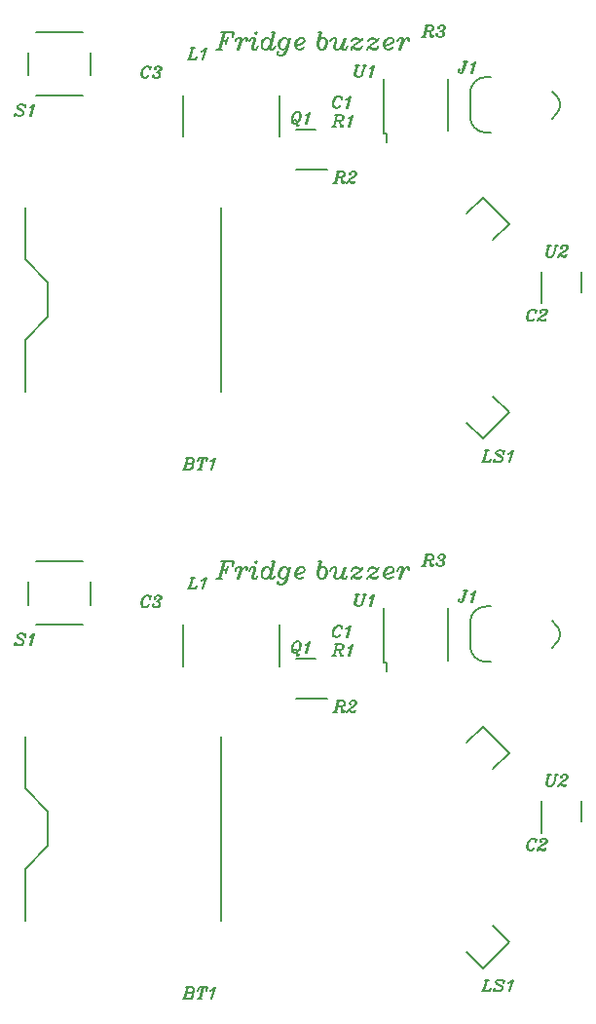
<source format=gto>
%FSLAX46Y46*%
%MOMM*%
%ADD10C,0.150000*%
G01*
G01*
%LPD*%
D10*
X17467858Y86273808D02*
X17753572Y87273808D01*
D10*
X17515476Y86273808D02*
X17801190Y87273808D01*
D10*
X17944048Y87273808D02*
X17610714Y87273808D01*
D10*
X18039286Y86273808D02*
X17325000Y86273808D01*
D10*
X18134524Y86559520D02*
X18039286Y86273808D01*
D10*
X17991666Y86273808D02*
X18134524Y86559520D01*
D10*
X18610714Y86273808D02*
X18848810Y87083336D01*
D10*
X18658334Y86273808D02*
X18944048Y87273808D01*
D10*
X18801190Y87130952D02*
X18944048Y87273808D01*
D10*
X18658334Y87035712D02*
X18801190Y87130952D01*
D10*
X18563096Y86988096D02*
X18658334Y87035712D01*
D10*
X18705952Y87035712D02*
X18896428Y87130952D01*
D10*
X18563096Y86988096D02*
X18705952Y87035712D01*
D10*
X30135714Y75538088D02*
X30421428Y76538088D01*
D10*
X30183334Y75538088D02*
X30469048Y76538088D01*
D10*
X30802380Y76538088D02*
X30278572Y76538088D01*
D10*
X30945238Y76490472D02*
X30802380Y76538088D01*
D10*
X30992856Y76395232D02*
X30945238Y76490472D01*
D10*
X30992856Y76299992D02*
X30992856Y76395232D01*
D10*
X30945238Y76157136D02*
X30992856Y76299992D01*
D10*
X30897618Y76109520D02*
X30945238Y76157136D01*
D10*
X30754762Y76061896D02*
X30897618Y76109520D01*
D10*
X30326190Y76061896D02*
X30754762Y76061896D01*
D10*
X30897618Y76490472D02*
X30802380Y76538088D01*
D10*
X30945238Y76395232D02*
X30897618Y76490472D01*
D10*
X30945238Y76299992D02*
X30945238Y76395232D01*
D10*
X30897618Y76157136D02*
X30945238Y76299992D01*
D10*
X30850000Y76109520D02*
X30897618Y76157136D01*
D10*
X30754762Y76061896D02*
X30850000Y76109520D01*
D10*
X30659524Y76014280D02*
X30564286Y76061896D01*
D10*
X30707142Y75966664D02*
X30659524Y76014280D01*
D10*
X30754762Y75585712D02*
X30707142Y75966664D01*
D10*
X30802380Y75538088D02*
X30754762Y75585712D01*
D10*
X30897618Y75538088D02*
X30802380Y75538088D01*
D10*
X30945238Y75633328D02*
X30897618Y75538088D01*
D10*
X30945238Y75680944D02*
X30945238Y75633328D01*
D10*
X30802380Y75633328D02*
X30707142Y75966664D01*
D10*
X30850000Y75585712D02*
X30802380Y75633328D01*
D10*
X30897618Y75585712D02*
X30850000Y75585712D01*
D10*
X30945238Y75633328D02*
X30897618Y75585712D01*
D10*
X30326190Y75538088D02*
X29992856Y75538088D01*
D10*
X31516666Y76299992D02*
X31469048Y76347616D01*
D10*
X31469048Y76252376D02*
X31516666Y76299992D01*
D10*
X31421428Y76299992D02*
X31469048Y76252376D01*
D10*
X31421428Y76347616D02*
X31421428Y76299992D01*
D10*
X31469048Y76442848D02*
X31421428Y76347616D01*
D10*
X31516666Y76490472D02*
X31469048Y76442848D01*
D10*
X31659524Y76538088D02*
X31516666Y76490472D01*
D10*
X31802380Y76538088D02*
X31659524Y76538088D01*
D10*
X31945238Y76490472D02*
X31802380Y76538088D01*
D10*
X31992856Y76395232D02*
X31945238Y76490472D01*
D10*
X31992856Y76299992D02*
X31992856Y76395232D01*
D10*
X31945238Y76204760D02*
X31992856Y76299992D01*
D10*
X31850000Y76109520D02*
X31945238Y76204760D01*
D10*
X31707142Y76014280D02*
X31850000Y76109520D01*
D10*
X31516666Y75919040D02*
X31707142Y76014280D01*
D10*
X31373810Y75823800D02*
X31516666Y75919040D01*
D10*
X31278572Y75728568D02*
X31373810Y75823800D01*
D10*
X31183334Y75538088D02*
X31278572Y75728568D01*
D10*
X31897618Y76490472D02*
X31802380Y76538088D01*
D10*
X31945238Y76395232D02*
X31897618Y76490472D01*
D10*
X31945238Y76299992D02*
X31945238Y76395232D01*
D10*
X31897618Y76204760D02*
X31945238Y76299992D01*
D10*
X31802380Y76109520D02*
X31897618Y76204760D01*
D10*
X31516666Y75919040D02*
X31802380Y76109520D01*
D10*
X31278572Y75680944D02*
X31230952Y75633328D01*
D10*
X31373810Y75680944D02*
X31278572Y75680944D01*
D10*
X31611904Y75585712D02*
X31373810Y75680944D01*
D10*
X31754762Y75585712D02*
X31611904Y75585712D01*
D10*
X31850000Y75633328D02*
X31754762Y75585712D01*
D10*
X31897618Y75728568D02*
X31850000Y75633328D01*
D10*
X31611904Y75538088D02*
X31373810Y75680944D01*
D10*
X31754762Y75538088D02*
X31611904Y75538088D01*
D10*
X31850000Y75585712D02*
X31754762Y75538088D01*
D10*
X31897618Y75728568D02*
X31850000Y75585712D01*
D10*
X37849724Y88242704D02*
X38135440Y89242704D01*
D10*
X37897344Y88242704D02*
X38183056Y89242704D01*
D10*
X38516392Y89242704D02*
X37992580Y89242704D01*
D10*
X38659248Y89195088D02*
X38516392Y89242704D01*
D10*
X38706868Y89099848D02*
X38659248Y89195088D01*
D10*
X38706868Y89004608D02*
X38706868Y89099848D01*
D10*
X38659248Y88861752D02*
X38706868Y89004608D01*
D10*
X38611628Y88814136D02*
X38659248Y88861752D01*
D10*
X38468772Y88766512D02*
X38611628Y88814136D01*
D10*
X38040200Y88766512D02*
X38468772Y88766512D01*
D10*
X38611628Y89195088D02*
X38516392Y89242704D01*
D10*
X38659248Y89099848D02*
X38611628Y89195088D01*
D10*
X38659248Y89004608D02*
X38659248Y89099848D01*
D10*
X38611628Y88861752D02*
X38659248Y89004608D01*
D10*
X38564008Y88814136D02*
X38611628Y88861752D01*
D10*
X38468772Y88766512D02*
X38564008Y88814136D01*
D10*
X38373532Y88718896D02*
X38278296Y88766512D01*
D10*
X38421152Y88671280D02*
X38373532Y88718896D01*
D10*
X38468772Y88290328D02*
X38421152Y88671280D01*
D10*
X38516392Y88242704D02*
X38468772Y88290328D01*
D10*
X38611628Y88242704D02*
X38516392Y88242704D01*
D10*
X38659248Y88337944D02*
X38611628Y88242704D01*
D10*
X38659248Y88385560D02*
X38659248Y88337944D01*
D10*
X38516392Y88337944D02*
X38421152Y88671280D01*
D10*
X38564008Y88290328D02*
X38516392Y88337944D01*
D10*
X38611628Y88290328D02*
X38564008Y88290328D01*
D10*
X38659248Y88337944D02*
X38611628Y88290328D01*
D10*
X38040200Y88242704D02*
X37706868Y88242704D01*
D10*
X39230676Y89004608D02*
X39183056Y89052232D01*
D10*
X39183056Y88956992D02*
X39230676Y89004608D01*
D10*
X39135440Y89004608D02*
X39183056Y88956992D01*
D10*
X39135440Y89052232D02*
X39135440Y89004608D01*
D10*
X39183056Y89147464D02*
X39135440Y89052232D01*
D10*
X39230676Y89195088D02*
X39183056Y89147464D01*
D10*
X39373532Y89242704D02*
X39230676Y89195088D01*
D10*
X39516392Y89242704D02*
X39373532Y89242704D01*
D10*
X39659248Y89195088D02*
X39516392Y89242704D01*
D10*
X39706868Y89099848D02*
X39659248Y89195088D01*
D10*
X39706868Y89004608D02*
X39706868Y89099848D01*
D10*
X39659248Y88909376D02*
X39706868Y89004608D01*
D10*
X39516392Y88814136D02*
X39659248Y88909376D01*
D10*
X39373532Y88766512D02*
X39516392Y88814136D01*
D10*
X39611628Y89195088D02*
X39516392Y89242704D01*
D10*
X39659248Y89099848D02*
X39611628Y89195088D01*
D10*
X39659248Y89004608D02*
X39659248Y89099848D01*
D10*
X39611628Y88909376D02*
X39659248Y89004608D01*
D10*
X39516392Y88814136D02*
X39611628Y88909376D01*
D10*
X39373532Y88766512D02*
X39278296Y88766512D01*
D10*
X39516392Y88718896D02*
X39373532Y88766512D01*
D10*
X39564008Y88671280D02*
X39516392Y88718896D01*
D10*
X39611628Y88576040D02*
X39564008Y88671280D01*
D10*
X39611628Y88433184D02*
X39611628Y88576040D01*
D10*
X39564008Y88337944D02*
X39611628Y88433184D01*
D10*
X39516392Y88290328D02*
X39564008Y88337944D01*
D10*
X39373532Y88242704D02*
X39516392Y88290328D01*
D10*
X39183056Y88242704D02*
X39373532Y88242704D01*
D10*
X39040200Y88290328D02*
X39183056Y88242704D01*
D10*
X38992580Y88337944D02*
X39040200Y88290328D01*
D10*
X38944964Y88433184D02*
X38992580Y88337944D01*
D10*
X38944964Y88480800D02*
X38944964Y88433184D01*
D10*
X38992580Y88528416D02*
X38944964Y88480800D01*
D10*
X39040200Y88480800D02*
X38992580Y88528416D01*
D10*
X38992580Y88433184D02*
X39040200Y88480800D01*
D10*
X39468772Y88718896D02*
X39373532Y88766512D01*
D10*
X39516392Y88671280D02*
X39468772Y88718896D01*
D10*
X39564008Y88576040D02*
X39516392Y88671280D01*
D10*
X39564008Y88433184D02*
X39564008Y88576040D01*
D10*
X39516392Y88337944D02*
X39564008Y88433184D01*
D10*
X39468772Y88290328D02*
X39516392Y88337944D01*
D10*
X39373532Y88242704D02*
X39468772Y88290328D01*
D10*
X3177381Y82278568D02*
X3129762Y82278568D01*
D10*
X3225000Y82373808D02*
X3177381Y82278568D01*
D10*
X3177381Y82088096D02*
X3225000Y82373808D01*
D10*
X3177381Y82183336D02*
X3177381Y82088096D01*
D10*
X3129762Y82278568D02*
X3177381Y82183336D01*
D10*
X3082143Y82326192D02*
X3129762Y82278568D01*
D10*
X2939285Y82373808D02*
X3082143Y82326192D01*
D10*
X2748809Y82373808D02*
X2939285Y82373808D01*
D10*
X2605952Y82326192D02*
X2748809Y82373808D01*
D10*
X2510714Y82230952D02*
X2605952Y82326192D01*
D10*
X2510714Y82135712D02*
X2510714Y82230952D01*
D10*
X2558333Y82040480D02*
X2510714Y82135712D01*
D10*
X2605952Y81992856D02*
X2558333Y82040480D01*
D10*
X2939285Y81802384D02*
X2605952Y81992856D01*
D10*
X3034523Y81707144D02*
X2939285Y81802384D01*
D10*
X2605952Y82040480D02*
X2510714Y82135712D01*
D10*
X2939285Y81850000D02*
X2605952Y82040480D01*
D10*
X2986904Y81802384D02*
X2939285Y81850000D01*
D10*
X3034523Y81707144D02*
X2986904Y81802384D01*
D10*
X3034523Y81564288D02*
X3034523Y81707144D01*
D10*
X2986904Y81469048D02*
X3034523Y81564288D01*
D10*
X2939285Y81421432D02*
X2986904Y81469048D01*
D10*
X2796428Y81373808D02*
X2939285Y81421432D01*
D10*
X2605952Y81373808D02*
X2796428Y81373808D01*
D10*
X2463095Y81421432D02*
X2605952Y81373808D01*
D10*
X2415476Y81469048D02*
X2463095Y81421432D01*
D10*
X2367857Y81564288D02*
X2415476Y81469048D01*
D10*
X2367857Y81659520D02*
X2367857Y81564288D01*
D10*
X2320238Y81373808D02*
X2367857Y81659520D01*
D10*
X2367857Y81469048D02*
X2320238Y81373808D01*
D10*
X2415476Y81469048D02*
X2367857Y81469048D01*
D10*
X3653571Y81373808D02*
X3891666Y82183336D01*
D10*
X3701190Y81373808D02*
X3986904Y82373808D01*
D10*
X3844047Y82230952D02*
X3986904Y82373808D01*
D10*
X3701190Y82135712D02*
X3844047Y82230952D01*
D10*
X3605952Y82088096D02*
X3701190Y82135712D01*
D10*
X3748809Y82135712D02*
X3939285Y82230952D01*
D10*
X3605952Y82088096D02*
X3748809Y82135712D01*
D10*
X43042856Y51298808D02*
X43328572Y52298808D01*
D10*
X43090476Y51298808D02*
X43376192Y52298808D01*
D10*
X43519048Y52298808D02*
X43185716Y52298808D01*
D10*
X43614284Y51298808D02*
X42900000Y51298808D01*
D10*
X43709524Y51584524D02*
X43614284Y51298808D01*
D10*
X43566668Y51298808D02*
X43709524Y51584524D01*
D10*
X44804760Y52203572D02*
X44757144Y52203572D01*
D10*
X44852380Y52298808D02*
X44804760Y52203572D01*
D10*
X44804760Y52013096D02*
X44852380Y52298808D01*
D10*
X44804760Y52108332D02*
X44804760Y52013096D01*
D10*
X44757144Y52203572D02*
X44804760Y52108332D01*
D10*
X44709524Y52251192D02*
X44757144Y52203572D01*
D10*
X44566668Y52298808D02*
X44709524Y52251192D01*
D10*
X44376192Y52298808D02*
X44566668Y52298808D01*
D10*
X44233332Y52251192D02*
X44376192Y52298808D01*
D10*
X44138096Y52155952D02*
X44233332Y52251192D01*
D10*
X44138096Y52060716D02*
X44138096Y52155952D01*
D10*
X44185716Y51965476D02*
X44138096Y52060716D01*
D10*
X44233332Y51917856D02*
X44185716Y51965476D01*
D10*
X44566668Y51727380D02*
X44233332Y51917856D01*
D10*
X44661904Y51632144D02*
X44566668Y51727380D01*
D10*
X44233332Y51965476D02*
X44138096Y52060716D01*
D10*
X44566668Y51775000D02*
X44233332Y51965476D01*
D10*
X44614284Y51727380D02*
X44566668Y51775000D01*
D10*
X44661904Y51632144D02*
X44614284Y51727380D01*
D10*
X44661904Y51489284D02*
X44661904Y51632144D01*
D10*
X44614284Y51394048D02*
X44661904Y51489284D01*
D10*
X44566668Y51346428D02*
X44614284Y51394048D01*
D10*
X44423808Y51298808D02*
X44566668Y51346428D01*
D10*
X44233332Y51298808D02*
X44423808Y51298808D01*
D10*
X44090476Y51346428D02*
X44233332Y51298808D01*
D10*
X44042856Y51394048D02*
X44090476Y51346428D01*
D10*
X43995240Y51489284D02*
X44042856Y51394048D01*
D10*
X43995240Y51584524D02*
X43995240Y51489284D01*
D10*
X43947620Y51298808D02*
X43995240Y51584524D01*
D10*
X43995240Y51394048D02*
X43947620Y51298808D01*
D10*
X44042856Y51394048D02*
X43995240Y51394048D01*
D10*
X45280952Y51298808D02*
X45519048Y52108332D01*
D10*
X45328572Y51298808D02*
X45614284Y52298808D01*
D10*
X45471428Y52155952D02*
X45614284Y52298808D01*
D10*
X45328572Y52060716D02*
X45471428Y52155952D01*
D10*
X45233332Y52013096D02*
X45328572Y52060716D01*
D10*
X45376192Y52060716D02*
X45566668Y52155952D01*
D10*
X45233332Y52013096D02*
X45376192Y52060716D01*
D10*
X30717610Y82980600D02*
X30669990Y82980600D01*
D10*
X30765228Y83075840D02*
X30717610Y82980600D01*
D10*
X30717610Y82790128D02*
X30765228Y83075840D01*
D10*
X30717610Y82885368D02*
X30717610Y82790128D01*
D10*
X30669990Y82980600D02*
X30717610Y82885368D01*
D10*
X30622372Y83028224D02*
X30669990Y82980600D01*
D10*
X30527134Y83075840D02*
X30622372Y83028224D01*
D10*
X30384276Y83075840D02*
X30527134Y83075840D01*
D10*
X30241420Y83028224D02*
X30384276Y83075840D01*
D10*
X30146182Y82932984D02*
X30241420Y83028224D01*
D10*
X30050944Y82790128D02*
X30146182Y82932984D01*
D10*
X30003324Y82647272D02*
X30050944Y82790128D01*
D10*
X29955706Y82456792D02*
X30003324Y82647272D01*
D10*
X29955706Y82313936D02*
X29955706Y82456792D01*
D10*
X30003324Y82171080D02*
X29955706Y82313936D01*
D10*
X30050944Y82123464D02*
X30003324Y82171080D01*
D10*
X30193800Y82075840D02*
X30050944Y82123464D01*
D10*
X30336658Y82075840D02*
X30193800Y82075840D01*
D10*
X30431896Y82123464D02*
X30336658Y82075840D01*
D10*
X30527134Y82218696D02*
X30431896Y82123464D01*
D10*
X30574752Y82313936D02*
X30527134Y82218696D01*
D10*
X30289038Y83028224D02*
X30384276Y83075840D01*
D10*
X30193800Y82932984D02*
X30289038Y83028224D01*
D10*
X30098562Y82790128D02*
X30193800Y82932984D01*
D10*
X30050944Y82647272D02*
X30098562Y82790128D01*
D10*
X30003324Y82456792D02*
X30050944Y82647272D01*
D10*
X30003324Y82313936D02*
X30003324Y82456792D01*
D10*
X30050944Y82171080D02*
X30003324Y82313936D01*
D10*
X30098562Y82123464D02*
X30050944Y82171080D01*
D10*
X30193800Y82075840D02*
X30098562Y82123464D01*
D10*
X31146182Y82075840D02*
X31384276Y82885368D01*
D10*
X31193800Y82075840D02*
X31479514Y83075840D01*
D10*
X31336658Y82932984D02*
X31479514Y83075840D01*
D10*
X31193800Y82837744D02*
X31336658Y82932984D01*
D10*
X31098562Y82790128D02*
X31193800Y82837744D01*
D10*
X31241420Y82837744D02*
X31431896Y82932984D01*
D10*
X31098562Y82790128D02*
X31241420Y82837744D01*
D10*
X41302740Y85308880D02*
X41540832Y86118400D01*
D10*
X41255120Y85213640D02*
X41302740Y85308880D01*
D10*
X41207500Y85166024D02*
X41255120Y85213640D01*
D10*
X41112264Y85118400D02*
X41207500Y85166024D01*
D10*
X41017024Y85118400D02*
X41112264Y85118400D01*
D10*
X40921788Y85166024D02*
X41017024Y85118400D01*
D10*
X40874168Y85261256D02*
X40921788Y85166024D01*
D10*
X40874168Y85356496D02*
X40874168Y85261256D01*
D10*
X40921788Y85404112D02*
X40874168Y85356496D01*
D10*
X40969404Y85356496D02*
X40921788Y85404112D01*
D10*
X40921788Y85308880D02*
X40969404Y85356496D01*
D10*
X41255120Y85308880D02*
X41493216Y86118400D01*
D10*
X41207500Y85213640D02*
X41255120Y85308880D01*
D10*
X41112264Y85118400D02*
X41207500Y85213640D01*
D10*
X41683692Y86118400D02*
X41350356Y86118400D01*
D10*
X42017024Y85118400D02*
X42255120Y85927928D01*
D10*
X42064644Y85118400D02*
X42350356Y86118400D01*
D10*
X42207500Y85975544D02*
X42350356Y86118400D01*
D10*
X42064644Y85880304D02*
X42207500Y85975544D01*
D10*
X41969404Y85832688D02*
X42064644Y85880304D01*
D10*
X42112264Y85880304D02*
X42302740Y85975544D01*
D10*
X41969404Y85832688D02*
X42112264Y85880304D01*
D10*
X31910468Y85252032D02*
X32053324Y85775840D01*
D10*
X31862848Y85061552D02*
X31910468Y85252032D01*
D10*
X31862848Y84918696D02*
X31862848Y85061552D01*
D10*
X31910468Y84823464D02*
X31862848Y84918696D01*
D10*
X32053324Y84775840D02*
X31910468Y84823464D01*
D10*
X32243800Y84775840D02*
X32053324Y84775840D01*
D10*
X32386658Y84823464D02*
X32243800Y84775840D01*
D10*
X32481896Y84918696D02*
X32386658Y84823464D01*
D10*
X32529514Y85061552D02*
X32481896Y84918696D01*
D10*
X32719990Y85775840D02*
X32529514Y85061552D01*
D10*
X31958086Y85252032D02*
X32100944Y85775840D01*
D10*
X31910468Y85061552D02*
X31958086Y85252032D01*
D10*
X31910468Y84918696D02*
X31910468Y85061552D01*
D10*
X31958086Y84823464D02*
X31910468Y84918696D01*
D10*
X32053324Y84775840D02*
X31958086Y84823464D01*
D10*
X32243800Y85775840D02*
X31910468Y85775840D01*
D10*
X32862848Y85775840D02*
X32577134Y85775840D01*
D10*
X33196182Y84775840D02*
X33434276Y85585368D01*
D10*
X33243800Y84775840D02*
X33529514Y85775840D01*
D10*
X33386658Y85632984D02*
X33529514Y85775840D01*
D10*
X33243800Y85537744D02*
X33386658Y85632984D01*
D10*
X33148562Y85490128D02*
X33243800Y85537744D01*
D10*
X33291420Y85537744D02*
X33481896Y85632984D01*
D10*
X33148562Y85490128D02*
X33291420Y85537744D01*
D10*
X26664286Y81665472D02*
X26807142Y81713088D01*
D10*
X26569048Y81570232D02*
X26664286Y81665472D01*
D10*
X26473810Y81427376D02*
X26569048Y81570232D01*
D10*
X26426190Y81284520D02*
X26473810Y81427376D01*
D10*
X26378572Y81094040D02*
X26426190Y81284520D01*
D10*
X26378572Y80951184D02*
X26378572Y81094040D01*
D10*
X26426190Y80808328D02*
X26378572Y80951184D01*
D10*
X26473810Y80760712D02*
X26426190Y80808328D01*
D10*
X26569048Y80713088D02*
X26473810Y80760712D01*
D10*
X26711904Y80713088D02*
X26569048Y80713088D01*
D10*
X26854762Y80760712D02*
X26711904Y80713088D01*
D10*
X26950000Y80855944D02*
X26854762Y80760712D01*
D10*
X27045238Y80998800D02*
X26950000Y80855944D01*
D10*
X27092856Y81141664D02*
X27045238Y80998800D01*
D10*
X27140476Y81332136D02*
X27092856Y81141664D01*
D10*
X27140476Y81474992D02*
X27140476Y81332136D01*
D10*
X27092856Y81617848D02*
X27140476Y81474992D01*
D10*
X27045238Y81665472D02*
X27092856Y81617848D01*
D10*
X26950000Y81713088D02*
X27045238Y81665472D01*
D10*
X26807142Y81713088D02*
X26950000Y81713088D01*
D10*
X26711904Y81665472D02*
X26807142Y81713088D01*
D10*
X26616666Y81570232D02*
X26711904Y81665472D01*
D10*
X26521428Y81427376D02*
X26616666Y81570232D01*
D10*
X26473810Y81284520D02*
X26521428Y81427376D01*
D10*
X26426190Y81094040D02*
X26473810Y81284520D01*
D10*
X26426190Y80951184D02*
X26426190Y81094040D01*
D10*
X26473810Y80808328D02*
X26426190Y80951184D01*
D10*
X26569048Y80713088D02*
X26473810Y80808328D01*
D10*
X26807142Y80760712D02*
X26711904Y80713088D01*
D10*
X26902380Y80855944D02*
X26807142Y80760712D01*
D10*
X26997618Y80998800D02*
X26902380Y80855944D01*
D10*
X27045238Y81141664D02*
X26997618Y80998800D01*
D10*
X27092856Y81332136D02*
X27045238Y81141664D01*
D10*
X27092856Y81474992D02*
X27092856Y81332136D01*
D10*
X27045238Y81617848D02*
X27092856Y81474992D01*
D10*
X26950000Y81713088D02*
X27045238Y81617848D01*
D10*
X26473810Y80855944D02*
X26473810Y80808328D01*
D10*
X26521428Y80951184D02*
X26473810Y80855944D01*
D10*
X26616666Y80998800D02*
X26521428Y80951184D01*
D10*
X26664286Y80998800D02*
X26616666Y80998800D01*
D10*
X26759524Y80951184D02*
X26664286Y80998800D01*
D10*
X26807142Y80855944D02*
X26759524Y80951184D01*
D10*
X26807142Y80522616D02*
X26807142Y80855944D01*
D10*
X26854762Y80474992D02*
X26807142Y80522616D01*
D10*
X26950000Y80474992D02*
X26854762Y80474992D01*
D10*
X26997618Y80570232D02*
X26950000Y80474992D01*
D10*
X26997618Y80617848D02*
X26997618Y80570232D01*
D10*
X26854762Y80570232D02*
X26807142Y80855944D01*
D10*
X26902380Y80522616D02*
X26854762Y80570232D01*
D10*
X26950000Y80522616D02*
X26902380Y80522616D01*
D10*
X26997618Y80570232D02*
X26950000Y80522616D01*
D10*
X27616666Y80713088D02*
X27854762Y81522616D01*
D10*
X27664286Y80713088D02*
X27950000Y81713088D01*
D10*
X27807142Y81570232D02*
X27950000Y81713088D01*
D10*
X27664286Y81474992D02*
X27807142Y81570232D01*
D10*
X27569048Y81427376D02*
X27664286Y81474992D01*
D10*
X27711904Y81474992D02*
X27902380Y81570232D01*
D10*
X27569048Y81427376D02*
X27711904Y81474992D01*
D10*
X48563096Y69600000D02*
X48705952Y70123808D01*
D10*
X48515476Y69409520D02*
X48563096Y69600000D01*
D10*
X48515476Y69266664D02*
X48515476Y69409520D01*
D10*
X48563096Y69171432D02*
X48515476Y69266664D01*
D10*
X48705952Y69123808D02*
X48563096Y69171432D01*
D10*
X48896428Y69123808D02*
X48705952Y69123808D01*
D10*
X49039284Y69171432D02*
X48896428Y69123808D01*
D10*
X49134524Y69266664D02*
X49039284Y69171432D01*
D10*
X49182144Y69409520D02*
X49134524Y69266664D01*
D10*
X49372620Y70123808D02*
X49182144Y69409520D01*
D10*
X48610716Y69600000D02*
X48753572Y70123808D01*
D10*
X48563096Y69409520D02*
X48610716Y69600000D01*
D10*
X48563096Y69266664D02*
X48563096Y69409520D01*
D10*
X48610716Y69171432D02*
X48563096Y69266664D01*
D10*
X48705952Y69123808D02*
X48610716Y69171432D01*
D10*
X48896428Y70123808D02*
X48563096Y70123808D01*
D10*
X49515476Y70123808D02*
X49229760Y70123808D01*
D10*
X49896428Y69885712D02*
X49848808Y69933336D01*
D10*
X49848808Y69838096D02*
X49896428Y69885712D01*
D10*
X49801192Y69885712D02*
X49848808Y69838096D01*
D10*
X49801192Y69933336D02*
X49801192Y69885712D01*
D10*
X49848808Y70028568D02*
X49801192Y69933336D01*
D10*
X49896428Y70076192D02*
X49848808Y70028568D01*
D10*
X50039284Y70123808D02*
X49896428Y70076192D01*
D10*
X50182144Y70123808D02*
X50039284Y70123808D01*
D10*
X50325000Y70076192D02*
X50182144Y70123808D01*
D10*
X50372620Y69980952D02*
X50325000Y70076192D01*
D10*
X50372620Y69885712D02*
X50372620Y69980952D01*
D10*
X50325000Y69790480D02*
X50372620Y69885712D01*
D10*
X50229760Y69695240D02*
X50325000Y69790480D01*
D10*
X50086904Y69600000D02*
X50229760Y69695240D01*
D10*
X49896428Y69504760D02*
X50086904Y69600000D01*
D10*
X49753572Y69409520D02*
X49896428Y69504760D01*
D10*
X49658332Y69314288D02*
X49753572Y69409520D01*
D10*
X49563096Y69123808D02*
X49658332Y69314288D01*
D10*
X50277380Y70076192D02*
X50182144Y70123808D01*
D10*
X50325000Y69980952D02*
X50277380Y70076192D01*
D10*
X50325000Y69885712D02*
X50325000Y69980952D01*
D10*
X50277380Y69790480D02*
X50325000Y69885712D01*
D10*
X50182144Y69695240D02*
X50277380Y69790480D01*
D10*
X49896428Y69504760D02*
X50182144Y69695240D01*
D10*
X49658332Y69266664D02*
X49610716Y69219048D01*
D10*
X49753572Y69266664D02*
X49658332Y69266664D01*
D10*
X49991668Y69171432D02*
X49753572Y69266664D01*
D10*
X50134524Y69171432D02*
X49991668Y69171432D01*
D10*
X50229760Y69219048D02*
X50134524Y69171432D01*
D10*
X50277380Y69314288D02*
X50229760Y69219048D01*
D10*
X49991668Y69123808D02*
X49753572Y69266664D01*
D10*
X50134524Y69123808D02*
X49991668Y69123808D01*
D10*
X50229760Y69171432D02*
X50134524Y69123808D01*
D10*
X50277380Y69314288D02*
X50229760Y69171432D01*
D10*
X14079762Y85578568D02*
X14032143Y85578568D01*
D10*
X14127381Y85673808D02*
X14079762Y85578568D01*
D10*
X14079762Y85388096D02*
X14127381Y85673808D01*
D10*
X14079762Y85483336D02*
X14079762Y85388096D01*
D10*
X14032143Y85578568D02*
X14079762Y85483336D01*
D10*
X13984524Y85626192D02*
X14032143Y85578568D01*
D10*
X13889286Y85673808D02*
X13984524Y85626192D01*
D10*
X13746429Y85673808D02*
X13889286Y85673808D01*
D10*
X13603572Y85626192D02*
X13746429Y85673808D01*
D10*
X13508333Y85530952D02*
X13603572Y85626192D01*
D10*
X13413095Y85388096D02*
X13508333Y85530952D01*
D10*
X13365476Y85245240D02*
X13413095Y85388096D01*
D10*
X13317857Y85054760D02*
X13365476Y85245240D01*
D10*
X13317857Y84911904D02*
X13317857Y85054760D01*
D10*
X13365476Y84769048D02*
X13317857Y84911904D01*
D10*
X13413095Y84721432D02*
X13365476Y84769048D01*
D10*
X13555952Y84673808D02*
X13413095Y84721432D01*
D10*
X13698810Y84673808D02*
X13555952Y84673808D01*
D10*
X13794048Y84721432D02*
X13698810Y84673808D01*
D10*
X13889286Y84816664D02*
X13794048Y84721432D01*
D10*
X13936905Y84911904D02*
X13889286Y84816664D01*
D10*
X13651190Y85626192D02*
X13746429Y85673808D01*
D10*
X13555952Y85530952D02*
X13651190Y85626192D01*
D10*
X13460714Y85388096D02*
X13555952Y85530952D01*
D10*
X13413095Y85245240D02*
X13460714Y85388096D01*
D10*
X13365476Y85054760D02*
X13413095Y85245240D01*
D10*
X13365476Y84911904D02*
X13365476Y85054760D01*
D10*
X13413095Y84769048D02*
X13365476Y84911904D01*
D10*
X13460714Y84721432D02*
X13413095Y84769048D01*
D10*
X13555952Y84673808D02*
X13460714Y84721432D01*
D10*
X14555952Y85435712D02*
X14508333Y85483336D01*
D10*
X14508333Y85388096D02*
X14555952Y85435712D01*
D10*
X14460714Y85435712D02*
X14508333Y85388096D01*
D10*
X14460714Y85483336D02*
X14460714Y85435712D01*
D10*
X14508333Y85578568D02*
X14460714Y85483336D01*
D10*
X14555952Y85626192D02*
X14508333Y85578568D01*
D10*
X14698810Y85673808D02*
X14555952Y85626192D01*
D10*
X14841667Y85673808D02*
X14698810Y85673808D01*
D10*
X14984524Y85626192D02*
X14841667Y85673808D01*
D10*
X15032143Y85530952D02*
X14984524Y85626192D01*
D10*
X15032143Y85435712D02*
X15032143Y85530952D01*
D10*
X14984524Y85340480D02*
X15032143Y85435712D01*
D10*
X14841667Y85245240D02*
X14984524Y85340480D01*
D10*
X14698810Y85197616D02*
X14841667Y85245240D01*
D10*
X14936905Y85626192D02*
X14841667Y85673808D01*
D10*
X14984524Y85530952D02*
X14936905Y85626192D01*
D10*
X14984524Y85435712D02*
X14984524Y85530952D01*
D10*
X14936905Y85340480D02*
X14984524Y85435712D01*
D10*
X14841667Y85245240D02*
X14936905Y85340480D01*
D10*
X14698810Y85197616D02*
X14603571Y85197616D01*
D10*
X14841667Y85150000D02*
X14698810Y85197616D01*
D10*
X14889286Y85102384D02*
X14841667Y85150000D01*
D10*
X14936905Y85007144D02*
X14889286Y85102384D01*
D10*
X14936905Y84864288D02*
X14936905Y85007144D01*
D10*
X14889286Y84769048D02*
X14936905Y84864288D01*
D10*
X14841667Y84721432D02*
X14889286Y84769048D01*
D10*
X14698810Y84673808D02*
X14841667Y84721432D01*
D10*
X14508333Y84673808D02*
X14698810Y84673808D01*
D10*
X14365476Y84721432D02*
X14508333Y84673808D01*
D10*
X14317857Y84769048D02*
X14365476Y84721432D01*
D10*
X14270238Y84864288D02*
X14317857Y84769048D01*
D10*
X14270238Y84911904D02*
X14270238Y84864288D01*
D10*
X14317857Y84959520D02*
X14270238Y84911904D01*
D10*
X14365476Y84911904D02*
X14317857Y84959520D01*
D10*
X14317857Y84864288D02*
X14365476Y84911904D01*
D10*
X14794048Y85150000D02*
X14698810Y85197616D01*
D10*
X14841667Y85102384D02*
X14794048Y85150000D01*
D10*
X14889286Y85007144D02*
X14841667Y85102384D01*
D10*
X14889286Y84864288D02*
X14889286Y85007144D01*
D10*
X14841667Y84769048D02*
X14889286Y84864288D01*
D10*
X14794048Y84721432D02*
X14841667Y84769048D01*
D10*
X14698810Y84673808D02*
X14794048Y84721432D01*
D10*
X20039286Y87135712D02*
X20467858Y88635712D01*
D10*
X20110714Y87135712D02*
X20539286Y88635712D01*
D10*
X20682142Y87635712D02*
X20825000Y88207144D01*
D10*
X21325000Y88635712D02*
X20253572Y88635712D01*
D10*
X21253572Y88207144D02*
X21325000Y88635712D01*
D10*
X21253572Y88635712D02*
X21253572Y88207144D01*
D10*
X20753572Y87921432D02*
X20325000Y87921432D01*
D10*
X20325000Y87135712D02*
X19825000Y87135712D01*
D10*
X21539286Y87992856D02*
X21467858Y87850000D01*
D10*
X21682142Y88135712D02*
X21539286Y87992856D01*
D10*
X21896428Y88135712D02*
X21682142Y88135712D01*
D10*
X21967856Y88064288D02*
X21896428Y88135712D01*
D10*
X21967856Y87921432D02*
X21967856Y88064288D01*
D10*
X21896428Y87635712D02*
X21967856Y87921432D01*
D10*
X21753572Y87135712D02*
X21896428Y87635712D01*
D10*
X21896428Y88064288D02*
X21825000Y88135712D01*
D10*
X21896428Y87921432D02*
X21896428Y88064288D01*
D10*
X21825000Y87635712D02*
X21896428Y87921432D01*
D10*
X21682142Y87135712D02*
X21825000Y87635712D01*
D10*
X22039286Y87921432D02*
X21896428Y87635712D01*
D10*
X22182142Y88064288D02*
X22039286Y87921432D01*
D10*
X22325000Y88135712D02*
X22182142Y88064288D01*
D10*
X22467856Y88135712D02*
X22325000Y88135712D01*
D10*
X22539286Y88064288D02*
X22467856Y88135712D01*
D10*
X22539286Y87992856D02*
X22539286Y88064288D01*
D10*
X22467856Y87921432D02*
X22539286Y87992856D01*
D10*
X22396428Y87992856D02*
X22467856Y87921432D01*
D10*
X22467856Y88064288D02*
X22396428Y87992856D01*
D10*
X23182142Y88564288D02*
X23253572Y88635712D01*
D10*
X23253572Y88492856D02*
X23182142Y88564288D01*
D10*
X23325000Y88564288D02*
X23253572Y88492856D01*
D10*
X23253572Y88635712D02*
X23325000Y88564288D01*
D10*
X22753572Y87992856D02*
X22682142Y87850000D01*
D10*
X22896428Y88135712D02*
X22753572Y87992856D01*
D10*
X23110714Y88135712D02*
X22896428Y88135712D01*
D10*
X23182142Y88064288D02*
X23110714Y88135712D01*
D10*
X23182142Y87850000D02*
X23182142Y88064288D01*
D10*
X23039286Y87421432D02*
X23182142Y87850000D01*
D10*
X23039286Y87207144D02*
X23039286Y87421432D01*
D10*
X23110714Y87135712D02*
X23039286Y87207144D01*
D10*
X23110714Y88064288D02*
X23039286Y88135712D01*
D10*
X23110714Y87850000D02*
X23110714Y88064288D01*
D10*
X22967856Y87421432D02*
X23110714Y87850000D01*
D10*
X22967856Y87207144D02*
X22967856Y87421432D01*
D10*
X23039286Y87135712D02*
X22967856Y87207144D01*
D10*
X23253572Y87135712D02*
X23039286Y87135712D01*
D10*
X23396428Y87278568D02*
X23253572Y87135712D01*
D10*
X23467856Y87421432D02*
X23396428Y87278568D01*
D10*
X24539286Y87635712D02*
X24825000Y88635712D01*
D10*
X24467856Y87350000D02*
X24539286Y87635712D01*
D10*
X24467856Y87207144D02*
X24467856Y87350000D01*
D10*
X24539286Y87135712D02*
X24467856Y87207144D01*
D10*
X24753572Y87135712D02*
X24539286Y87135712D01*
D10*
X24896428Y87278568D02*
X24753572Y87135712D01*
D10*
X24967856Y87421432D02*
X24896428Y87278568D01*
D10*
X24610714Y87635712D02*
X24896428Y88635712D01*
D10*
X24539286Y87350000D02*
X24610714Y87635712D01*
D10*
X24539286Y87207144D02*
X24539286Y87350000D01*
D10*
X24610714Y87135712D02*
X24539286Y87207144D01*
D10*
X24539286Y87850000D02*
X24539286Y87635712D01*
D10*
X24467856Y88064288D02*
X24539286Y87850000D01*
D10*
X24325000Y88135712D02*
X24467856Y88064288D01*
D10*
X24182144Y88135712D02*
X24325000Y88135712D01*
D10*
X23967856Y88064288D02*
X24182144Y88135712D01*
D10*
X23825000Y87850000D02*
X23967856Y88064288D01*
D10*
X23753572Y87635712D02*
X23825000Y87850000D01*
D10*
X23753572Y87421432D02*
X23753572Y87635712D01*
D10*
X23825000Y87278568D02*
X23753572Y87421432D01*
D10*
X23896428Y87207144D02*
X23825000Y87278568D01*
D10*
X24039286Y87135712D02*
X23896428Y87207144D01*
D10*
X24182144Y87135712D02*
X24039286Y87135712D01*
D10*
X24325000Y87207144D02*
X24182144Y87135712D01*
D10*
X24467856Y87421432D02*
X24325000Y87207144D01*
D10*
X24539286Y87635712D02*
X24467856Y87421432D01*
D10*
X24039286Y88064288D02*
X24182144Y88135712D01*
D10*
X23896428Y87850000D02*
X24039286Y88064288D01*
D10*
X23825000Y87635712D02*
X23896428Y87850000D01*
D10*
X23825000Y87350000D02*
X23825000Y87635712D01*
D10*
X23896428Y87207144D02*
X23825000Y87350000D01*
D10*
X24896428Y88635712D02*
X24610714Y88635712D01*
D10*
X25967856Y87135712D02*
X26253572Y88135712D01*
D10*
X25896428Y86921432D02*
X25967856Y87135712D01*
D10*
X25753572Y86707144D02*
X25896428Y86921432D01*
D10*
X25539286Y86635712D02*
X25753572Y86707144D01*
D10*
X25325000Y86635712D02*
X25539286Y86635712D01*
D10*
X25182144Y86707144D02*
X25325000Y86635712D01*
D10*
X25110714Y86778568D02*
X25182144Y86707144D01*
D10*
X25110714Y86850000D02*
X25110714Y86778568D01*
D10*
X25182144Y86921432D02*
X25110714Y86850000D01*
D10*
X25253572Y86850000D02*
X25182144Y86921432D01*
D10*
X25182144Y86778568D02*
X25253572Y86850000D01*
D10*
X25896428Y87135712D02*
X26182144Y88135712D01*
D10*
X25825000Y86921432D02*
X25896428Y87135712D01*
D10*
X25682144Y86707144D02*
X25825000Y86921432D01*
D10*
X25539286Y86635712D02*
X25682144Y86707144D01*
D10*
X26039286Y87850000D02*
X26039286Y87635712D01*
D10*
X25967856Y88064288D02*
X26039286Y87850000D01*
D10*
X25825000Y88135712D02*
X25967856Y88064288D01*
D10*
X25682144Y88135712D02*
X25825000Y88135712D01*
D10*
X25467856Y88064288D02*
X25682144Y88135712D01*
D10*
X25325000Y87850000D02*
X25467856Y88064288D01*
D10*
X25253572Y87635712D02*
X25325000Y87850000D01*
D10*
X25253572Y87421432D02*
X25253572Y87635712D01*
D10*
X25325000Y87278568D02*
X25253572Y87421432D01*
D10*
X25396428Y87207144D02*
X25325000Y87278568D01*
D10*
X25539286Y87135712D02*
X25396428Y87207144D01*
D10*
X25682144Y87135712D02*
X25539286Y87135712D01*
D10*
X25825000Y87207144D02*
X25682144Y87135712D01*
D10*
X25967856Y87421432D02*
X25825000Y87207144D01*
D10*
X26039286Y87635712D02*
X25967856Y87421432D01*
D10*
X25539286Y88064288D02*
X25682144Y88135712D01*
D10*
X25396428Y87850000D02*
X25539286Y88064288D01*
D10*
X25325000Y87635712D02*
X25396428Y87850000D01*
D10*
X25325000Y87350000D02*
X25325000Y87635712D01*
D10*
X25396428Y87207144D02*
X25325000Y87350000D01*
D10*
X27039286Y87564288D02*
X26753572Y87492856D01*
D10*
X27253572Y87635712D02*
X27039286Y87564288D01*
D10*
X27467856Y87778568D02*
X27253572Y87635712D01*
D10*
X27539286Y87921432D02*
X27467856Y87778568D01*
D10*
X27467856Y88064288D02*
X27539286Y87921432D01*
D10*
X27325000Y88135712D02*
X27467856Y88064288D01*
D10*
X27110714Y88135712D02*
X27325000Y88135712D01*
D10*
X26896428Y88064288D02*
X27110714Y88135712D01*
D10*
X26753572Y87850000D02*
X26896428Y88064288D01*
D10*
X26682144Y87635712D02*
X26753572Y87850000D01*
D10*
X26682144Y87421432D02*
X26682144Y87635712D01*
D10*
X26753572Y87278568D02*
X26682144Y87421432D01*
D10*
X26825000Y87207144D02*
X26753572Y87278568D01*
D10*
X26967856Y87135712D02*
X26825000Y87207144D01*
D10*
X27110714Y87135712D02*
X26967856Y87135712D01*
D10*
X27325000Y87207144D02*
X27110714Y87135712D01*
D10*
X27467856Y87350000D02*
X27325000Y87207144D01*
D10*
X26967856Y88064288D02*
X27110714Y88135712D01*
D10*
X26825000Y87850000D02*
X26967856Y88064288D01*
D10*
X26753572Y87635712D02*
X26825000Y87850000D01*
D10*
X26753572Y87350000D02*
X26753572Y87635712D01*
D10*
X26825000Y87207144D02*
X26753572Y87350000D01*
D10*
X28610714Y87707144D02*
X28896428Y88635712D01*
D10*
X28610714Y87492856D02*
X28610714Y87707144D01*
D10*
X28682144Y87278568D02*
X28610714Y87492856D01*
D10*
X28753572Y87207144D02*
X28682144Y87278568D01*
D10*
X28682144Y87707144D02*
X28967856Y88635712D01*
D10*
X28753572Y87921432D02*
X28682144Y87707144D01*
D10*
X28896428Y88064288D02*
X28753572Y87921432D01*
D10*
X29039286Y88135712D02*
X28896428Y88064288D01*
D10*
X29182144Y88135712D02*
X29039286Y88135712D01*
D10*
X29325000Y88064288D02*
X29182144Y88135712D01*
D10*
X29396428Y87992856D02*
X29325000Y88064288D01*
D10*
X29467856Y87850000D02*
X29396428Y87992856D01*
D10*
X29467856Y87635712D02*
X29467856Y87850000D01*
D10*
X29396428Y87421432D02*
X29467856Y87635712D01*
D10*
X29253572Y87207144D02*
X29396428Y87421432D01*
D10*
X29039286Y87135712D02*
X29253572Y87207144D01*
D10*
X28896428Y87135712D02*
X29039286Y87135712D01*
D10*
X28753572Y87207144D02*
X28896428Y87135712D01*
D10*
X28682144Y87421432D02*
X28753572Y87207144D01*
D10*
X28682144Y87707144D02*
X28682144Y87421432D01*
D10*
X29396428Y87921432D02*
X29325000Y88064288D01*
D10*
X29396428Y87635712D02*
X29396428Y87921432D01*
D10*
X29325000Y87421432D02*
X29396428Y87635712D01*
D10*
X29182144Y87207144D02*
X29325000Y87421432D01*
D10*
X29039286Y87135712D02*
X29182144Y87207144D01*
D10*
X28967856Y88635712D02*
X28682144Y88635712D01*
D10*
X29825000Y87992856D02*
X29753572Y87850000D01*
D10*
X29967856Y88135712D02*
X29825000Y87992856D01*
D10*
X30182144Y88135712D02*
X29967856Y88135712D01*
D10*
X30253572Y88064288D02*
X30182144Y88135712D01*
D10*
X30253572Y87850000D02*
X30253572Y88064288D01*
D10*
X30110714Y87421432D02*
X30253572Y87850000D01*
D10*
X30110714Y87278568D02*
X30110714Y87421432D01*
D10*
X30253572Y87135712D02*
X30110714Y87278568D01*
D10*
X30182144Y88064288D02*
X30110714Y88135712D01*
D10*
X30182144Y87850000D02*
X30182144Y88064288D01*
D10*
X30039286Y87421432D02*
X30182144Y87850000D01*
D10*
X30039286Y87278568D02*
X30039286Y87421432D01*
D10*
X30110714Y87207144D02*
X30039286Y87278568D01*
D10*
X30253572Y87135712D02*
X30110714Y87207144D01*
D10*
X30396428Y87135712D02*
X30253572Y87135712D01*
D10*
X30539286Y87207144D02*
X30396428Y87135712D01*
D10*
X30682144Y87350000D02*
X30539286Y87207144D01*
D10*
X30825000Y87635712D02*
X30682144Y87350000D01*
D10*
X30825000Y87635712D02*
X30967856Y88135712D01*
D10*
X30753572Y87350000D02*
X30825000Y87635712D01*
D10*
X30753572Y87207144D02*
X30753572Y87350000D01*
D10*
X30825000Y87135712D02*
X30753572Y87207144D01*
D10*
X31039286Y87135712D02*
X30825000Y87135712D01*
D10*
X31182144Y87278568D02*
X31039286Y87135712D01*
D10*
X31253572Y87421432D02*
X31182144Y87278568D01*
D10*
X30896428Y87635712D02*
X31039286Y88135712D01*
D10*
X30825000Y87350000D02*
X30896428Y87635712D01*
D10*
X30825000Y87207144D02*
X30825000Y87350000D01*
D10*
X30896428Y87135712D02*
X30825000Y87207144D01*
D10*
X32467856Y87992856D02*
X32539286Y88135712D01*
D10*
X32325000Y87850000D02*
X32467856Y87992856D01*
D10*
X31753572Y87421432D02*
X32325000Y87850000D01*
D10*
X31610714Y87278568D02*
X31753572Y87421432D01*
D10*
X31539286Y87135712D02*
X31610714Y87278568D01*
D10*
X31682144Y87992856D02*
X31610714Y87850000D01*
D10*
X31825000Y88135712D02*
X31682144Y87992856D01*
D10*
X32039286Y88135712D02*
X31825000Y88135712D01*
D10*
X32325000Y87992856D02*
X32039286Y88135712D01*
D10*
X31825000Y88064288D02*
X31682144Y87992856D01*
D10*
X32039286Y88064288D02*
X31825000Y88064288D01*
D10*
X32325000Y87992856D02*
X32039286Y88064288D01*
D10*
X32467856Y87992856D02*
X32325000Y87992856D01*
D10*
X31753572Y87278568D02*
X31610714Y87278568D01*
D10*
X32039286Y87207144D02*
X31753572Y87278568D01*
D10*
X32253572Y87207144D02*
X32039286Y87207144D01*
D10*
X32396428Y87278568D02*
X32253572Y87207144D01*
D10*
X32039286Y87135712D02*
X31753572Y87278568D01*
D10*
X32253572Y87135712D02*
X32039286Y87135712D01*
D10*
X32396428Y87278568D02*
X32253572Y87135712D01*
D10*
X32467856Y87421432D02*
X32396428Y87278568D01*
D10*
X33896428Y87992856D02*
X33967856Y88135712D01*
D10*
X33753572Y87850000D02*
X33896428Y87992856D01*
D10*
X33182144Y87421432D02*
X33753572Y87850000D01*
D10*
X33039286Y87278568D02*
X33182144Y87421432D01*
D10*
X32967856Y87135712D02*
X33039286Y87278568D01*
D10*
X33110714Y87992856D02*
X33039286Y87850000D01*
D10*
X33253572Y88135712D02*
X33110714Y87992856D01*
D10*
X33467856Y88135712D02*
X33253572Y88135712D01*
D10*
X33753572Y87992856D02*
X33467856Y88135712D01*
D10*
X33253572Y88064288D02*
X33110714Y87992856D01*
D10*
X33467856Y88064288D02*
X33253572Y88064288D01*
D10*
X33753572Y87992856D02*
X33467856Y88064288D01*
D10*
X33896428Y87992856D02*
X33753572Y87992856D01*
D10*
X33182144Y87278568D02*
X33039286Y87278568D01*
D10*
X33467856Y87207144D02*
X33182144Y87278568D01*
D10*
X33682144Y87207144D02*
X33467856Y87207144D01*
D10*
X33825000Y87278568D02*
X33682144Y87207144D01*
D10*
X33467856Y87135712D02*
X33182144Y87278568D01*
D10*
X33682144Y87135712D02*
X33467856Y87135712D01*
D10*
X33825000Y87278568D02*
X33682144Y87135712D01*
D10*
X33896428Y87421432D02*
X33825000Y87278568D01*
D10*
X34753572Y87564288D02*
X34467856Y87492856D01*
D10*
X34967856Y87635712D02*
X34753572Y87564288D01*
D10*
X35182144Y87778568D02*
X34967856Y87635712D01*
D10*
X35253572Y87921432D02*
X35182144Y87778568D01*
D10*
X35182144Y88064288D02*
X35253572Y87921432D01*
D10*
X35039284Y88135712D02*
X35182144Y88064288D01*
D10*
X34825000Y88135712D02*
X35039284Y88135712D01*
D10*
X34610712Y88064288D02*
X34825000Y88135712D01*
D10*
X34467856Y87850000D02*
X34610712Y88064288D01*
D10*
X34396428Y87635712D02*
X34467856Y87850000D01*
D10*
X34396428Y87421432D02*
X34396428Y87635712D01*
D10*
X34467856Y87278568D02*
X34396428Y87421432D01*
D10*
X34539284Y87207144D02*
X34467856Y87278568D01*
D10*
X34682144Y87135712D02*
X34539284Y87207144D01*
D10*
X34825000Y87135712D02*
X34682144Y87135712D01*
D10*
X35039284Y87207144D02*
X34825000Y87135712D01*
D10*
X35182144Y87350000D02*
X35039284Y87207144D01*
D10*
X34682144Y88064288D02*
X34825000Y88135712D01*
D10*
X34539284Y87850000D02*
X34682144Y88064288D01*
D10*
X34467856Y87635712D02*
X34539284Y87850000D01*
D10*
X34467856Y87350000D02*
X34467856Y87635712D01*
D10*
X34539284Y87207144D02*
X34467856Y87350000D01*
D10*
X35610712Y87992856D02*
X35539284Y87850000D01*
D10*
X35753572Y88135712D02*
X35610712Y87992856D01*
D10*
X35967856Y88135712D02*
X35753572Y88135712D01*
D10*
X36039284Y88064288D02*
X35967856Y88135712D01*
D10*
X36039284Y87921432D02*
X36039284Y88064288D01*
D10*
X35967856Y87635712D02*
X36039284Y87921432D01*
D10*
X35825000Y87135712D02*
X35967856Y87635712D01*
D10*
X35967856Y88064288D02*
X35896428Y88135712D01*
D10*
X35967856Y87921432D02*
X35967856Y88064288D01*
D10*
X35896428Y87635712D02*
X35967856Y87921432D01*
D10*
X35753572Y87135712D02*
X35896428Y87635712D01*
D10*
X36110712Y87921432D02*
X35967856Y87635712D01*
D10*
X36253572Y88064288D02*
X36110712Y87921432D01*
D10*
X36396428Y88135712D02*
X36253572Y88064288D01*
D10*
X36539284Y88135712D02*
X36396428Y88135712D01*
D10*
X36610712Y88064288D02*
X36539284Y88135712D01*
D10*
X36610712Y87992856D02*
X36610712Y88064288D01*
D10*
X36539284Y87921432D02*
X36610712Y87992856D01*
D10*
X36467856Y87992856D02*
X36539284Y87921432D01*
D10*
X36539284Y88064288D02*
X36467856Y87992856D01*
D10*
X30010714Y80438088D02*
X30296428Y81438088D01*
D10*
X30058334Y80438088D02*
X30344048Y81438088D01*
D10*
X30677380Y81438088D02*
X30153572Y81438088D01*
D10*
X30820238Y81390472D02*
X30677380Y81438088D01*
D10*
X30867856Y81295232D02*
X30820238Y81390472D01*
D10*
X30867856Y81199992D02*
X30867856Y81295232D01*
D10*
X30820238Y81057136D02*
X30867856Y81199992D01*
D10*
X30772618Y81009520D02*
X30820238Y81057136D01*
D10*
X30629762Y80961896D02*
X30772618Y81009520D01*
D10*
X30201190Y80961896D02*
X30629762Y80961896D01*
D10*
X30772618Y81390472D02*
X30677380Y81438088D01*
D10*
X30820238Y81295232D02*
X30772618Y81390472D01*
D10*
X30820238Y81199992D02*
X30820238Y81295232D01*
D10*
X30772618Y81057136D02*
X30820238Y81199992D01*
D10*
X30725000Y81009520D02*
X30772618Y81057136D01*
D10*
X30629762Y80961896D02*
X30725000Y81009520D01*
D10*
X30534524Y80914280D02*
X30439286Y80961896D01*
D10*
X30582142Y80866664D02*
X30534524Y80914280D01*
D10*
X30629762Y80485712D02*
X30582142Y80866664D01*
D10*
X30677380Y80438088D02*
X30629762Y80485712D01*
D10*
X30772618Y80438088D02*
X30677380Y80438088D01*
D10*
X30820238Y80533328D02*
X30772618Y80438088D01*
D10*
X30820238Y80580944D02*
X30820238Y80533328D01*
D10*
X30677380Y80533328D02*
X30582142Y80866664D01*
D10*
X30725000Y80485712D02*
X30677380Y80533328D01*
D10*
X30772618Y80485712D02*
X30725000Y80485712D01*
D10*
X30820238Y80533328D02*
X30772618Y80485712D01*
D10*
X30201190Y80438088D02*
X29867856Y80438088D01*
D10*
X31344048Y80438088D02*
X31582142Y81247616D01*
D10*
X31391666Y80438088D02*
X31677380Y81438088D01*
D10*
X31534524Y81295232D02*
X31677380Y81438088D01*
D10*
X31391666Y81199992D02*
X31534524Y81295232D01*
D10*
X31296428Y81152376D02*
X31391666Y81199992D01*
D10*
X31439286Y81199992D02*
X31629762Y81295232D01*
D10*
X31296428Y81152376D02*
X31439286Y81199992D01*
D10*
X17042858Y50648808D02*
X17328572Y51648808D01*
D10*
X17090476Y50648808D02*
X17376190Y51648808D01*
D10*
X17709524Y51648808D02*
X17185714Y51648808D01*
D10*
X17852380Y51601192D02*
X17709524Y51648808D01*
D10*
X17900000Y51505952D02*
X17852380Y51601192D01*
D10*
X17900000Y51410716D02*
X17900000Y51505952D01*
D10*
X17852380Y51267856D02*
X17900000Y51410716D01*
D10*
X17804762Y51220240D02*
X17852380Y51267856D01*
D10*
X17661904Y51172620D02*
X17804762Y51220240D01*
D10*
X17804762Y51601192D02*
X17709524Y51648808D01*
D10*
X17852380Y51505952D02*
X17804762Y51601192D01*
D10*
X17852380Y51410716D02*
X17852380Y51505952D01*
D10*
X17804762Y51267856D02*
X17852380Y51410716D01*
D10*
X17757142Y51220240D02*
X17804762Y51267856D01*
D10*
X17661904Y51172620D02*
X17757142Y51220240D01*
D10*
X17661904Y51172620D02*
X17233334Y51172620D01*
D10*
X17757142Y51125000D02*
X17661904Y51172620D01*
D10*
X17804762Y51029760D02*
X17757142Y51125000D01*
D10*
X17804762Y50934524D02*
X17804762Y51029760D01*
D10*
X17757142Y50791668D02*
X17804762Y50934524D01*
D10*
X17661904Y50696428D02*
X17757142Y50791668D01*
D10*
X17471428Y50648808D02*
X17661904Y50696428D01*
D10*
X16900000Y50648808D02*
X17471428Y50648808D01*
D10*
X17709524Y51125000D02*
X17661904Y51172620D01*
D10*
X17757142Y51029760D02*
X17709524Y51125000D01*
D10*
X17757142Y50934524D02*
X17757142Y51029760D01*
D10*
X17709524Y50791668D02*
X17757142Y50934524D01*
D10*
X17614286Y50696428D02*
X17709524Y50791668D01*
D10*
X17471428Y50648808D02*
X17614286Y50696428D01*
D10*
X18376190Y50648808D02*
X18661904Y51648808D01*
D10*
X18423810Y50648808D02*
X18709524Y51648808D01*
D10*
X18233334Y51363096D02*
X18376190Y51648808D01*
D10*
X18328572Y51648808D02*
X18233334Y51363096D01*
D10*
X19042856Y51648808D02*
X18328572Y51648808D01*
D10*
X18995238Y51363096D02*
X19042856Y51648808D01*
D10*
X18995238Y51648808D02*
X18995238Y51363096D01*
D10*
X18566666Y50648808D02*
X18233334Y50648808D01*
D10*
X19376190Y50648808D02*
X19614286Y51458332D01*
D10*
X19423810Y50648808D02*
X19709524Y51648808D01*
D10*
X19566666Y51505952D02*
X19709524Y51648808D01*
D10*
X19423810Y51410716D02*
X19566666Y51505952D01*
D10*
X19328572Y51363096D02*
X19423810Y51410716D01*
D10*
X19471428Y51410716D02*
X19661904Y51505952D01*
D10*
X19328572Y51363096D02*
X19471428Y51410716D01*
D10*
X47604760Y64453572D02*
X47557144Y64453572D01*
D10*
X47652380Y64548808D02*
X47604760Y64453572D01*
D10*
X47604760Y64263096D02*
X47652380Y64548808D01*
D10*
X47604760Y64358332D02*
X47604760Y64263096D01*
D10*
X47557144Y64453572D02*
X47604760Y64358332D01*
D10*
X47509524Y64501192D02*
X47557144Y64453572D01*
D10*
X47414284Y64548808D02*
X47509524Y64501192D01*
D10*
X47271428Y64548808D02*
X47414284Y64548808D01*
D10*
X47128572Y64501192D02*
X47271428Y64548808D01*
D10*
X47033332Y64405952D02*
X47128572Y64501192D01*
D10*
X46938096Y64263096D02*
X47033332Y64405952D01*
D10*
X46890476Y64120240D02*
X46938096Y64263096D01*
D10*
X46842856Y63929760D02*
X46890476Y64120240D01*
D10*
X46842856Y63786904D02*
X46842856Y63929760D01*
D10*
X46890476Y63644048D02*
X46842856Y63786904D01*
D10*
X46938096Y63596428D02*
X46890476Y63644048D01*
D10*
X47080952Y63548808D02*
X46938096Y63596428D01*
D10*
X47223808Y63548808D02*
X47080952Y63548808D01*
D10*
X47319048Y63596428D02*
X47223808Y63548808D01*
D10*
X47414284Y63691668D02*
X47319048Y63596428D01*
D10*
X47461904Y63786904D02*
X47414284Y63691668D01*
D10*
X47176192Y64501192D02*
X47271428Y64548808D01*
D10*
X47080952Y64405952D02*
X47176192Y64501192D01*
D10*
X46985716Y64263096D02*
X47080952Y64405952D01*
D10*
X46938096Y64120240D02*
X46985716Y64263096D01*
D10*
X46890476Y63929760D02*
X46938096Y64120240D01*
D10*
X46890476Y63786904D02*
X46890476Y63929760D01*
D10*
X46938096Y63644048D02*
X46890476Y63786904D01*
D10*
X46985716Y63596428D02*
X46938096Y63644048D01*
D10*
X47080952Y63548808D02*
X46985716Y63596428D01*
D10*
X48080952Y64310716D02*
X48033332Y64358332D01*
D10*
X48033332Y64263096D02*
X48080952Y64310716D01*
D10*
X47985716Y64310716D02*
X48033332Y64263096D01*
D10*
X47985716Y64358332D02*
X47985716Y64310716D01*
D10*
X48033332Y64453572D02*
X47985716Y64358332D01*
D10*
X48080952Y64501192D02*
X48033332Y64453572D01*
D10*
X48223808Y64548808D02*
X48080952Y64501192D01*
D10*
X48366668Y64548808D02*
X48223808Y64548808D01*
D10*
X48509524Y64501192D02*
X48366668Y64548808D01*
D10*
X48557144Y64405952D02*
X48509524Y64501192D01*
D10*
X48557144Y64310716D02*
X48557144Y64405952D01*
D10*
X48509524Y64215476D02*
X48557144Y64310716D01*
D10*
X48414284Y64120240D02*
X48509524Y64215476D01*
D10*
X48271428Y64025000D02*
X48414284Y64120240D01*
D10*
X48080952Y63929760D02*
X48271428Y64025000D01*
D10*
X47938096Y63834524D02*
X48080952Y63929760D01*
D10*
X47842856Y63739284D02*
X47938096Y63834524D01*
D10*
X47747620Y63548808D02*
X47842856Y63739284D01*
D10*
X48461904Y64501192D02*
X48366668Y64548808D01*
D10*
X48509524Y64405952D02*
X48461904Y64501192D01*
D10*
X48509524Y64310716D02*
X48509524Y64405952D01*
D10*
X48461904Y64215476D02*
X48509524Y64310716D01*
D10*
X48366668Y64120240D02*
X48461904Y64215476D01*
D10*
X48080952Y63929760D02*
X48366668Y64120240D01*
D10*
X47842856Y63691668D02*
X47795240Y63644048D01*
D10*
X47938096Y63691668D02*
X47842856Y63691668D01*
D10*
X48176192Y63596428D02*
X47938096Y63691668D01*
D10*
X48319048Y63596428D02*
X48176192Y63596428D01*
D10*
X48414284Y63644048D02*
X48319048Y63596428D01*
D10*
X48461904Y63739284D02*
X48414284Y63644048D01*
D10*
X48176192Y63548808D02*
X47938096Y63691668D01*
D10*
X48319048Y63548808D02*
X48176192Y63548808D01*
D10*
X48414284Y63596428D02*
X48319048Y63548808D01*
D10*
X48461904Y63739284D02*
X48414284Y63596428D01*
D10*
X34662849Y79077031D02*
X34662849Y79827031D01*
D10*
X34362849Y79827031D02*
X34362849Y84577031D01*
D10*
X34662849Y79827031D02*
X34362849Y79827031D01*
D10*
X39962849Y80077031D02*
X39962849Y84577031D01*
D10*
X48981299Y83507060D02*
X49384088Y83104270D01*
D10*
X49384088Y81549792D02*
X48981299Y81147002D01*
D10*
X43653849Y79914031D02*
X43272849Y79914031D01*
D10*
X43272849Y84740031D02*
X43653849Y84740031D01*
D10*
X41875849Y81311031D02*
X41875849Y83343031D01*
D10*
X51550000Y66075000D02*
X51550000Y67825000D01*
D10*
X48100000Y67825000D02*
X48100000Y65075000D01*
D10*
X45257840Y55600000D02*
X42975000Y53317160D01*
D10*
X42975000Y53317160D02*
X41604290Y54687870D01*
D10*
X45257840Y72000000D02*
X43887130Y70629290D01*
D10*
X42975000Y74282840D02*
X45257840Y72000000D01*
D10*
X43887130Y56970710D02*
X45257840Y55600000D01*
D10*
X41604290Y72912130D02*
X42975000Y74282840D01*
D10*
X3425000Y86900000D02*
X3425000Y84900000D01*
D10*
X4175000Y88650000D02*
X8175000Y88650000D01*
D10*
X4175000Y83150000D02*
X8175000Y83150000D01*
D10*
X8925000Y84900000D02*
X8925000Y86900000D01*
D10*
X16925000Y83150000D02*
X16925000Y79550000D01*
D10*
X25325770Y79550562D02*
X25325770Y83150562D01*
D10*
X5200000Y63925000D02*
X3200000Y61925000D01*
D10*
X20200000Y73425000D02*
X20200000Y57425000D01*
D10*
X3200000Y73425000D02*
X3200000Y68925000D01*
D10*
X3200000Y68925000D02*
X5200000Y66925000D01*
D10*
X3200000Y61925000D02*
X3200000Y57425000D01*
D10*
X5200000Y66925000D02*
X5200000Y63925000D01*
D10*
X28460714Y80189282D02*
X26710714Y80189282D01*
D10*
X26710714Y76739282D02*
X29460714Y76739282D01*
D10*
X17467858Y40273808D02*
X17753572Y41273808D01*
D10*
X17515476Y40273808D02*
X17801190Y41273808D01*
D10*
X17944048Y41273808D02*
X17610714Y41273808D01*
D10*
X18039286Y40273808D02*
X17325000Y40273808D01*
D10*
X18134524Y40559524D02*
X18039286Y40273808D01*
D10*
X17991666Y40273808D02*
X18134524Y40559524D01*
D10*
X18610714Y40273808D02*
X18848810Y41083332D01*
D10*
X18658334Y40273808D02*
X18944048Y41273808D01*
D10*
X18801190Y41130952D02*
X18944048Y41273808D01*
D10*
X18658334Y41035716D02*
X18801190Y41130952D01*
D10*
X18563096Y40988096D02*
X18658334Y41035716D01*
D10*
X18705952Y41035716D02*
X18896428Y41130952D01*
D10*
X18563096Y40988096D02*
X18705952Y41035716D01*
D10*
X30135714Y29538092D02*
X30421428Y30538092D01*
D10*
X30183334Y29538092D02*
X30469048Y30538092D01*
D10*
X30802380Y30538092D02*
X30278572Y30538092D01*
D10*
X30945238Y30490472D02*
X30802380Y30538092D01*
D10*
X30992856Y30395234D02*
X30945238Y30490472D01*
D10*
X30992856Y30299996D02*
X30992856Y30395234D01*
D10*
X30945238Y30157140D02*
X30992856Y30299996D01*
D10*
X30897618Y30109520D02*
X30945238Y30157140D01*
D10*
X30754762Y30061902D02*
X30897618Y30109520D01*
D10*
X30326190Y30061902D02*
X30754762Y30061902D01*
D10*
X30897618Y30490472D02*
X30802380Y30538092D01*
D10*
X30945238Y30395234D02*
X30897618Y30490472D01*
D10*
X30945238Y30299996D02*
X30945238Y30395234D01*
D10*
X30897618Y30157140D02*
X30945238Y30299996D01*
D10*
X30850000Y30109520D02*
X30897618Y30157140D01*
D10*
X30754762Y30061902D02*
X30850000Y30109520D01*
D10*
X30659524Y30014282D02*
X30564286Y30061902D01*
D10*
X30707142Y29966662D02*
X30659524Y30014282D01*
D10*
X30754762Y29585710D02*
X30707142Y29966662D01*
D10*
X30802380Y29538092D02*
X30754762Y29585710D01*
D10*
X30897618Y29538092D02*
X30802380Y29538092D01*
D10*
X30945238Y29633330D02*
X30897618Y29538092D01*
D10*
X30945238Y29680948D02*
X30945238Y29633330D01*
D10*
X30802380Y29633330D02*
X30707142Y29966662D01*
D10*
X30850000Y29585710D02*
X30802380Y29633330D01*
D10*
X30897618Y29585710D02*
X30850000Y29585710D01*
D10*
X30945238Y29633330D02*
X30897618Y29585710D01*
D10*
X30326190Y29538092D02*
X29992856Y29538092D01*
D10*
X31516666Y30299996D02*
X31469048Y30347616D01*
D10*
X31469048Y30252378D02*
X31516666Y30299996D01*
D10*
X31421428Y30299996D02*
X31469048Y30252378D01*
D10*
X31421428Y30347616D02*
X31421428Y30299996D01*
D10*
X31469048Y30442854D02*
X31421428Y30347616D01*
D10*
X31516666Y30490472D02*
X31469048Y30442854D01*
D10*
X31659524Y30538092D02*
X31516666Y30490472D01*
D10*
X31802380Y30538092D02*
X31659524Y30538092D01*
D10*
X31945238Y30490472D02*
X31802380Y30538092D01*
D10*
X31992856Y30395234D02*
X31945238Y30490472D01*
D10*
X31992856Y30299996D02*
X31992856Y30395234D01*
D10*
X31945238Y30204758D02*
X31992856Y30299996D01*
D10*
X31850000Y30109520D02*
X31945238Y30204758D01*
D10*
X31707142Y30014282D02*
X31850000Y30109520D01*
D10*
X31516666Y29919044D02*
X31707142Y30014282D01*
D10*
X31373810Y29823806D02*
X31516666Y29919044D01*
D10*
X31278572Y29728568D02*
X31373810Y29823806D01*
D10*
X31183334Y29538092D02*
X31278572Y29728568D01*
D10*
X31897618Y30490472D02*
X31802380Y30538092D01*
D10*
X31945238Y30395234D02*
X31897618Y30490472D01*
D10*
X31945238Y30299996D02*
X31945238Y30395234D01*
D10*
X31897618Y30204758D02*
X31945238Y30299996D01*
D10*
X31802380Y30109520D02*
X31897618Y30204758D01*
D10*
X31516666Y29919044D02*
X31802380Y30109520D01*
D10*
X31278572Y29680948D02*
X31230952Y29633330D01*
D10*
X31373810Y29680948D02*
X31278572Y29680948D01*
D10*
X31611904Y29585710D02*
X31373810Y29680948D01*
D10*
X31754762Y29585710D02*
X31611904Y29585710D01*
D10*
X31850000Y29633330D02*
X31754762Y29585710D01*
D10*
X31897618Y29728568D02*
X31850000Y29633330D01*
D10*
X31611904Y29538092D02*
X31373810Y29680948D01*
D10*
X31754762Y29538092D02*
X31611904Y29538092D01*
D10*
X31850000Y29585710D02*
X31754762Y29538092D01*
D10*
X31897618Y29728568D02*
X31850000Y29585710D01*
D10*
X37849724Y42242704D02*
X38135440Y43242704D01*
D10*
X37897344Y42242704D02*
X38183056Y43242704D01*
D10*
X38516392Y43242704D02*
X37992580Y43242704D01*
D10*
X38659248Y43195088D02*
X38516392Y43242704D01*
D10*
X38706868Y43099848D02*
X38659248Y43195088D01*
D10*
X38706868Y43004612D02*
X38706868Y43099848D01*
D10*
X38659248Y42861752D02*
X38706868Y43004612D01*
D10*
X38611628Y42814136D02*
X38659248Y42861752D01*
D10*
X38468772Y42766516D02*
X38611628Y42814136D01*
D10*
X38040200Y42766516D02*
X38468772Y42766516D01*
D10*
X38611628Y43195088D02*
X38516392Y43242704D01*
D10*
X38659248Y43099848D02*
X38611628Y43195088D01*
D10*
X38659248Y43004612D02*
X38659248Y43099848D01*
D10*
X38611628Y42861752D02*
X38659248Y43004612D01*
D10*
X38564008Y42814136D02*
X38611628Y42861752D01*
D10*
X38468772Y42766516D02*
X38564008Y42814136D01*
D10*
X38373532Y42718896D02*
X38278296Y42766516D01*
D10*
X38421152Y42671276D02*
X38373532Y42718896D01*
D10*
X38468772Y42290324D02*
X38421152Y42671276D01*
D10*
X38516392Y42242704D02*
X38468772Y42290324D01*
D10*
X38611628Y42242704D02*
X38516392Y42242704D01*
D10*
X38659248Y42337944D02*
X38611628Y42242704D01*
D10*
X38659248Y42385564D02*
X38659248Y42337944D01*
D10*
X38516392Y42337944D02*
X38421152Y42671276D01*
D10*
X38564008Y42290324D02*
X38516392Y42337944D01*
D10*
X38611628Y42290324D02*
X38564008Y42290324D01*
D10*
X38659248Y42337944D02*
X38611628Y42290324D01*
D10*
X38040200Y42242704D02*
X37706868Y42242704D01*
D10*
X39230676Y43004612D02*
X39183056Y43052228D01*
D10*
X39183056Y42956992D02*
X39230676Y43004612D01*
D10*
X39135440Y43004612D02*
X39183056Y42956992D01*
D10*
X39135440Y43052228D02*
X39135440Y43004612D01*
D10*
X39183056Y43147468D02*
X39135440Y43052228D01*
D10*
X39230676Y43195088D02*
X39183056Y43147468D01*
D10*
X39373532Y43242704D02*
X39230676Y43195088D01*
D10*
X39516392Y43242704D02*
X39373532Y43242704D01*
D10*
X39659248Y43195088D02*
X39516392Y43242704D01*
D10*
X39706868Y43099848D02*
X39659248Y43195088D01*
D10*
X39706868Y43004612D02*
X39706868Y43099848D01*
D10*
X39659248Y42909372D02*
X39706868Y43004612D01*
D10*
X39516392Y42814136D02*
X39659248Y42909372D01*
D10*
X39373532Y42766516D02*
X39516392Y42814136D01*
D10*
X39611628Y43195088D02*
X39516392Y43242704D01*
D10*
X39659248Y43099848D02*
X39611628Y43195088D01*
D10*
X39659248Y43004612D02*
X39659248Y43099848D01*
D10*
X39611628Y42909372D02*
X39659248Y43004612D01*
D10*
X39516392Y42814136D02*
X39611628Y42909372D01*
D10*
X39373532Y42766516D02*
X39278296Y42766516D01*
D10*
X39516392Y42718896D02*
X39373532Y42766516D01*
D10*
X39564008Y42671276D02*
X39516392Y42718896D01*
D10*
X39611628Y42576040D02*
X39564008Y42671276D01*
D10*
X39611628Y42433180D02*
X39611628Y42576040D01*
D10*
X39564008Y42337944D02*
X39611628Y42433180D01*
D10*
X39516392Y42290324D02*
X39564008Y42337944D01*
D10*
X39373532Y42242704D02*
X39516392Y42290324D01*
D10*
X39183056Y42242704D02*
X39373532Y42242704D01*
D10*
X39040200Y42290324D02*
X39183056Y42242704D01*
D10*
X38992580Y42337944D02*
X39040200Y42290324D01*
D10*
X38944964Y42433180D02*
X38992580Y42337944D01*
D10*
X38944964Y42480800D02*
X38944964Y42433180D01*
D10*
X38992580Y42528420D02*
X38944964Y42480800D01*
D10*
X39040200Y42480800D02*
X38992580Y42528420D01*
D10*
X38992580Y42433180D02*
X39040200Y42480800D01*
D10*
X39468772Y42718896D02*
X39373532Y42766516D01*
D10*
X39516392Y42671276D02*
X39468772Y42718896D01*
D10*
X39564008Y42576040D02*
X39516392Y42671276D01*
D10*
X39564008Y42433180D02*
X39564008Y42576040D01*
D10*
X39516392Y42337944D02*
X39564008Y42433180D01*
D10*
X39468772Y42290324D02*
X39516392Y42337944D01*
D10*
X39373532Y42242704D02*
X39468772Y42290324D01*
D10*
X3177381Y36278572D02*
X3129762Y36278572D01*
D10*
X3225000Y36373808D02*
X3177381Y36278572D01*
D10*
X3177381Y36088096D02*
X3225000Y36373808D01*
D10*
X3177381Y36183332D02*
X3177381Y36088096D01*
D10*
X3129762Y36278572D02*
X3177381Y36183332D01*
D10*
X3082143Y36326192D02*
X3129762Y36278572D01*
D10*
X2939285Y36373808D02*
X3082143Y36326192D01*
D10*
X2748809Y36373808D02*
X2939285Y36373808D01*
D10*
X2605952Y36326192D02*
X2748809Y36373808D01*
D10*
X2510714Y36230952D02*
X2605952Y36326192D01*
D10*
X2510714Y36135716D02*
X2510714Y36230952D01*
D10*
X2558333Y36040476D02*
X2510714Y36135716D01*
D10*
X2605952Y35992856D02*
X2558333Y36040476D01*
D10*
X2939285Y35802380D02*
X2605952Y35992856D01*
D10*
X3034523Y35707144D02*
X2939285Y35802380D01*
D10*
X2605952Y36040476D02*
X2510714Y36135716D01*
D10*
X2939285Y35850000D02*
X2605952Y36040476D01*
D10*
X2986904Y35802380D02*
X2939285Y35850000D01*
D10*
X3034523Y35707144D02*
X2986904Y35802380D01*
D10*
X3034523Y35564284D02*
X3034523Y35707144D01*
D10*
X2986904Y35469048D02*
X3034523Y35564284D01*
D10*
X2939285Y35421428D02*
X2986904Y35469048D01*
D10*
X2796428Y35373808D02*
X2939285Y35421428D01*
D10*
X2605952Y35373808D02*
X2796428Y35373808D01*
D10*
X2463095Y35421428D02*
X2605952Y35373808D01*
D10*
X2415476Y35469048D02*
X2463095Y35421428D01*
D10*
X2367857Y35564284D02*
X2415476Y35469048D01*
D10*
X2367857Y35659524D02*
X2367857Y35564284D01*
D10*
X2320238Y35373808D02*
X2367857Y35659524D01*
D10*
X2367857Y35469048D02*
X2320238Y35373808D01*
D10*
X2415476Y35469048D02*
X2367857Y35469048D01*
D10*
X3653571Y35373808D02*
X3891666Y36183332D01*
D10*
X3701190Y35373808D02*
X3986904Y36373808D01*
D10*
X3844047Y36230952D02*
X3986904Y36373808D01*
D10*
X3701190Y36135716D02*
X3844047Y36230952D01*
D10*
X3605952Y36088096D02*
X3701190Y36135716D01*
D10*
X3748809Y36135716D02*
X3939285Y36230952D01*
D10*
X3605952Y36088096D02*
X3748809Y36135716D01*
D10*
X43042856Y5298809D02*
X43328572Y6298809D01*
D10*
X43090476Y5298809D02*
X43376192Y6298809D01*
D10*
X43519048Y6298809D02*
X43185716Y6298809D01*
D10*
X43614284Y5298809D02*
X42900000Y5298809D01*
D10*
X43709524Y5584524D02*
X43614284Y5298809D01*
D10*
X43566668Y5298809D02*
X43709524Y5584524D01*
D10*
X44804760Y6203571D02*
X44757144Y6203571D01*
D10*
X44852380Y6298809D02*
X44804760Y6203571D01*
D10*
X44804760Y6013095D02*
X44852380Y6298809D01*
D10*
X44804760Y6108333D02*
X44804760Y6013095D01*
D10*
X44757144Y6203571D02*
X44804760Y6108333D01*
D10*
X44709524Y6251190D02*
X44757144Y6203571D01*
D10*
X44566668Y6298809D02*
X44709524Y6251190D01*
D10*
X44376192Y6298809D02*
X44566668Y6298809D01*
D10*
X44233332Y6251190D02*
X44376192Y6298809D01*
D10*
X44138096Y6155952D02*
X44233332Y6251190D01*
D10*
X44138096Y6060714D02*
X44138096Y6155952D01*
D10*
X44185716Y5965476D02*
X44138096Y6060714D01*
D10*
X44233332Y5917857D02*
X44185716Y5965476D01*
D10*
X44566668Y5727381D02*
X44233332Y5917857D01*
D10*
X44661904Y5632143D02*
X44566668Y5727381D01*
D10*
X44233332Y5965476D02*
X44138096Y6060714D01*
D10*
X44566668Y5775000D02*
X44233332Y5965476D01*
D10*
X44614284Y5727381D02*
X44566668Y5775000D01*
D10*
X44661904Y5632143D02*
X44614284Y5727381D01*
D10*
X44661904Y5489285D02*
X44661904Y5632143D01*
D10*
X44614284Y5394047D02*
X44661904Y5489285D01*
D10*
X44566668Y5346428D02*
X44614284Y5394047D01*
D10*
X44423808Y5298809D02*
X44566668Y5346428D01*
D10*
X44233332Y5298809D02*
X44423808Y5298809D01*
D10*
X44090476Y5346428D02*
X44233332Y5298809D01*
D10*
X44042856Y5394047D02*
X44090476Y5346428D01*
D10*
X43995240Y5489285D02*
X44042856Y5394047D01*
D10*
X43995240Y5584524D02*
X43995240Y5489285D01*
D10*
X43947620Y5298809D02*
X43995240Y5584524D01*
D10*
X43995240Y5394047D02*
X43947620Y5298809D01*
D10*
X44042856Y5394047D02*
X43995240Y5394047D01*
D10*
X45280952Y5298809D02*
X45519048Y6108333D01*
D10*
X45328572Y5298809D02*
X45614284Y6298809D01*
D10*
X45471428Y6155952D02*
X45614284Y6298809D01*
D10*
X45328572Y6060714D02*
X45471428Y6155952D01*
D10*
X45233332Y6013095D02*
X45328572Y6060714D01*
D10*
X45376192Y6060714D02*
X45566668Y6155952D01*
D10*
X45233332Y6013095D02*
X45376192Y6060714D01*
D10*
X30717610Y36980604D02*
X30669990Y36980604D01*
D10*
X30765228Y37075840D02*
X30717610Y36980604D01*
D10*
X30717610Y36790128D02*
X30765228Y37075840D01*
D10*
X30717610Y36885364D02*
X30717610Y36790128D01*
D10*
X30669990Y36980604D02*
X30717610Y36885364D01*
D10*
X30622372Y37028224D02*
X30669990Y36980604D01*
D10*
X30527134Y37075840D02*
X30622372Y37028224D01*
D10*
X30384276Y37075840D02*
X30527134Y37075840D01*
D10*
X30241420Y37028224D02*
X30384276Y37075840D01*
D10*
X30146182Y36932984D02*
X30241420Y37028224D01*
D10*
X30050944Y36790128D02*
X30146182Y36932984D01*
D10*
X30003324Y36647272D02*
X30050944Y36790128D01*
D10*
X29955706Y36456792D02*
X30003324Y36647272D01*
D10*
X29955706Y36313936D02*
X29955706Y36456792D01*
D10*
X30003324Y36171080D02*
X29955706Y36313936D01*
D10*
X30050944Y36123460D02*
X30003324Y36171080D01*
D10*
X30193800Y36075840D02*
X30050944Y36123460D01*
D10*
X30336658Y36075840D02*
X30193800Y36075840D01*
D10*
X30431896Y36123460D02*
X30336658Y36075840D01*
D10*
X30527134Y36218700D02*
X30431896Y36123460D01*
D10*
X30574752Y36313936D02*
X30527134Y36218700D01*
D10*
X30289038Y37028224D02*
X30384276Y37075840D01*
D10*
X30193800Y36932984D02*
X30289038Y37028224D01*
D10*
X30098562Y36790128D02*
X30193800Y36932984D01*
D10*
X30050944Y36647272D02*
X30098562Y36790128D01*
D10*
X30003324Y36456792D02*
X30050944Y36647272D01*
D10*
X30003324Y36313936D02*
X30003324Y36456792D01*
D10*
X30050944Y36171080D02*
X30003324Y36313936D01*
D10*
X30098562Y36123460D02*
X30050944Y36171080D01*
D10*
X30193800Y36075840D02*
X30098562Y36123460D01*
D10*
X31146182Y36075840D02*
X31384276Y36885364D01*
D10*
X31193800Y36075840D02*
X31479514Y37075840D01*
D10*
X31336658Y36932984D02*
X31479514Y37075840D01*
D10*
X31193800Y36837748D02*
X31336658Y36932984D01*
D10*
X31098562Y36790128D02*
X31193800Y36837748D01*
D10*
X31241420Y36837748D02*
X31431896Y36932984D01*
D10*
X31098562Y36790128D02*
X31241420Y36837748D01*
D10*
X41302740Y39308876D02*
X41540832Y40118400D01*
D10*
X41255120Y39213640D02*
X41302740Y39308876D01*
D10*
X41207500Y39166020D02*
X41255120Y39213640D01*
D10*
X41112264Y39118400D02*
X41207500Y39166020D01*
D10*
X41017024Y39118400D02*
X41112264Y39118400D01*
D10*
X40921788Y39166020D02*
X41017024Y39118400D01*
D10*
X40874168Y39261260D02*
X40921788Y39166020D01*
D10*
X40874168Y39356496D02*
X40874168Y39261260D01*
D10*
X40921788Y39404116D02*
X40874168Y39356496D01*
D10*
X40969404Y39356496D02*
X40921788Y39404116D01*
D10*
X40921788Y39308876D02*
X40969404Y39356496D01*
D10*
X41255120Y39308876D02*
X41493216Y40118400D01*
D10*
X41207500Y39213640D02*
X41255120Y39308876D01*
D10*
X41112264Y39118400D02*
X41207500Y39213640D01*
D10*
X41683692Y40118400D02*
X41350356Y40118400D01*
D10*
X42017024Y39118400D02*
X42255120Y39927924D01*
D10*
X42064644Y39118400D02*
X42350356Y40118400D01*
D10*
X42207500Y39975544D02*
X42350356Y40118400D01*
D10*
X42064644Y39880308D02*
X42207500Y39975544D01*
D10*
X41969404Y39832688D02*
X42064644Y39880308D01*
D10*
X42112264Y39880308D02*
X42302740Y39975544D01*
D10*
X41969404Y39832688D02*
X42112264Y39880308D01*
D10*
X31910468Y39252032D02*
X32053324Y39775840D01*
D10*
X31862848Y39061556D02*
X31910468Y39252032D01*
D10*
X31862848Y38918700D02*
X31862848Y39061556D01*
D10*
X31910468Y38823460D02*
X31862848Y38918700D01*
D10*
X32053324Y38775840D02*
X31910468Y38823460D01*
D10*
X32243800Y38775840D02*
X32053324Y38775840D01*
D10*
X32386658Y38823460D02*
X32243800Y38775840D01*
D10*
X32481896Y38918700D02*
X32386658Y38823460D01*
D10*
X32529514Y39061556D02*
X32481896Y38918700D01*
D10*
X32719990Y39775840D02*
X32529514Y39061556D01*
D10*
X31958086Y39252032D02*
X32100944Y39775840D01*
D10*
X31910468Y39061556D02*
X31958086Y39252032D01*
D10*
X31910468Y38918700D02*
X31910468Y39061556D01*
D10*
X31958086Y38823460D02*
X31910468Y38918700D01*
D10*
X32053324Y38775840D02*
X31958086Y38823460D01*
D10*
X32243800Y39775840D02*
X31910468Y39775840D01*
D10*
X32862848Y39775840D02*
X32577134Y39775840D01*
D10*
X33196182Y38775840D02*
X33434276Y39585364D01*
D10*
X33243800Y38775840D02*
X33529514Y39775840D01*
D10*
X33386658Y39632984D02*
X33529514Y39775840D01*
D10*
X33243800Y39537748D02*
X33386658Y39632984D01*
D10*
X33148562Y39490128D02*
X33243800Y39537748D01*
D10*
X33291420Y39537748D02*
X33481896Y39632984D01*
D10*
X33148562Y39490128D02*
X33291420Y39537748D01*
D10*
X26664286Y35665472D02*
X26807142Y35713088D01*
D10*
X26569048Y35570232D02*
X26664286Y35665472D01*
D10*
X26473810Y35427376D02*
X26569048Y35570232D01*
D10*
X26426190Y35284520D02*
X26473810Y35427376D01*
D10*
X26378572Y35094040D02*
X26426190Y35284520D01*
D10*
X26378572Y34951184D02*
X26378572Y35094040D01*
D10*
X26426190Y34808328D02*
X26378572Y34951184D01*
D10*
X26473810Y34760708D02*
X26426190Y34808328D01*
D10*
X26569048Y34713088D02*
X26473810Y34760708D01*
D10*
X26711904Y34713088D02*
X26569048Y34713088D01*
D10*
X26854762Y34760708D02*
X26711904Y34713088D01*
D10*
X26950000Y34855948D02*
X26854762Y34760708D01*
D10*
X27045238Y34998804D02*
X26950000Y34855948D01*
D10*
X27092856Y35141660D02*
X27045238Y34998804D01*
D10*
X27140476Y35332136D02*
X27092856Y35141660D01*
D10*
X27140476Y35474996D02*
X27140476Y35332136D01*
D10*
X27092856Y35617852D02*
X27140476Y35474996D01*
D10*
X27045238Y35665472D02*
X27092856Y35617852D01*
D10*
X26950000Y35713088D02*
X27045238Y35665472D01*
D10*
X26807142Y35713088D02*
X26950000Y35713088D01*
D10*
X26711904Y35665472D02*
X26807142Y35713088D01*
D10*
X26616666Y35570232D02*
X26711904Y35665472D01*
D10*
X26521428Y35427376D02*
X26616666Y35570232D01*
D10*
X26473810Y35284520D02*
X26521428Y35427376D01*
D10*
X26426190Y35094040D02*
X26473810Y35284520D01*
D10*
X26426190Y34951184D02*
X26426190Y35094040D01*
D10*
X26473810Y34808328D02*
X26426190Y34951184D01*
D10*
X26569048Y34713088D02*
X26473810Y34808328D01*
D10*
X26807142Y34760708D02*
X26711904Y34713088D01*
D10*
X26902380Y34855948D02*
X26807142Y34760708D01*
D10*
X26997618Y34998804D02*
X26902380Y34855948D01*
D10*
X27045238Y35141660D02*
X26997618Y34998804D01*
D10*
X27092856Y35332136D02*
X27045238Y35141660D01*
D10*
X27092856Y35474996D02*
X27092856Y35332136D01*
D10*
X27045238Y35617852D02*
X27092856Y35474996D01*
D10*
X26950000Y35713088D02*
X27045238Y35617852D01*
D10*
X26473810Y34855948D02*
X26473810Y34808328D01*
D10*
X26521428Y34951184D02*
X26473810Y34855948D01*
D10*
X26616666Y34998804D02*
X26521428Y34951184D01*
D10*
X26664286Y34998804D02*
X26616666Y34998804D01*
D10*
X26759524Y34951184D02*
X26664286Y34998804D01*
D10*
X26807142Y34855948D02*
X26759524Y34951184D01*
D10*
X26807142Y34522612D02*
X26807142Y34855948D01*
D10*
X26854762Y34474996D02*
X26807142Y34522612D01*
D10*
X26950000Y34474996D02*
X26854762Y34474996D01*
D10*
X26997618Y34570232D02*
X26950000Y34474996D01*
D10*
X26997618Y34617852D02*
X26997618Y34570232D01*
D10*
X26854762Y34570232D02*
X26807142Y34855948D01*
D10*
X26902380Y34522612D02*
X26854762Y34570232D01*
D10*
X26950000Y34522612D02*
X26902380Y34522612D01*
D10*
X26997618Y34570232D02*
X26950000Y34522612D01*
D10*
X27616666Y34713088D02*
X27854762Y35522612D01*
D10*
X27664286Y34713088D02*
X27950000Y35713088D01*
D10*
X27807142Y35570232D02*
X27950000Y35713088D01*
D10*
X27664286Y35474996D02*
X27807142Y35570232D01*
D10*
X27569048Y35427376D02*
X27664286Y35474996D01*
D10*
X27711904Y35474996D02*
X27902380Y35570232D01*
D10*
X27569048Y35427376D02*
X27711904Y35474996D01*
D10*
X48563096Y23600000D02*
X48705952Y24123810D01*
D10*
X48515476Y23409524D02*
X48563096Y23600000D01*
D10*
X48515476Y23266666D02*
X48515476Y23409524D01*
D10*
X48563096Y23171428D02*
X48515476Y23266666D01*
D10*
X48705952Y23123810D02*
X48563096Y23171428D01*
D10*
X48896428Y23123810D02*
X48705952Y23123810D01*
D10*
X49039284Y23171428D02*
X48896428Y23123810D01*
D10*
X49134524Y23266666D02*
X49039284Y23171428D01*
D10*
X49182144Y23409524D02*
X49134524Y23266666D01*
D10*
X49372620Y24123810D02*
X49182144Y23409524D01*
D10*
X48610716Y23600000D02*
X48753572Y24123810D01*
D10*
X48563096Y23409524D02*
X48610716Y23600000D01*
D10*
X48563096Y23266666D02*
X48563096Y23409524D01*
D10*
X48610716Y23171428D02*
X48563096Y23266666D01*
D10*
X48705952Y23123810D02*
X48610716Y23171428D01*
D10*
X48896428Y24123810D02*
X48563096Y24123810D01*
D10*
X49515476Y24123810D02*
X49229760Y24123810D01*
D10*
X49896428Y23885714D02*
X49848808Y23933334D01*
D10*
X49848808Y23838096D02*
X49896428Y23885714D01*
D10*
X49801192Y23885714D02*
X49848808Y23838096D01*
D10*
X49801192Y23933334D02*
X49801192Y23885714D01*
D10*
X49848808Y24028572D02*
X49801192Y23933334D01*
D10*
X49896428Y24076190D02*
X49848808Y24028572D01*
D10*
X50039284Y24123810D02*
X49896428Y24076190D01*
D10*
X50182144Y24123810D02*
X50039284Y24123810D01*
D10*
X50325000Y24076190D02*
X50182144Y24123810D01*
D10*
X50372620Y23980952D02*
X50325000Y24076190D01*
D10*
X50372620Y23885714D02*
X50372620Y23980952D01*
D10*
X50325000Y23790476D02*
X50372620Y23885714D01*
D10*
X50229760Y23695238D02*
X50325000Y23790476D01*
D10*
X50086904Y23600000D02*
X50229760Y23695238D01*
D10*
X49896428Y23504762D02*
X50086904Y23600000D01*
D10*
X49753572Y23409524D02*
X49896428Y23504762D01*
D10*
X49658332Y23314286D02*
X49753572Y23409524D01*
D10*
X49563096Y23123810D02*
X49658332Y23314286D01*
D10*
X50277380Y24076190D02*
X50182144Y24123810D01*
D10*
X50325000Y23980952D02*
X50277380Y24076190D01*
D10*
X50325000Y23885714D02*
X50325000Y23980952D01*
D10*
X50277380Y23790476D02*
X50325000Y23885714D01*
D10*
X50182144Y23695238D02*
X50277380Y23790476D01*
D10*
X49896428Y23504762D02*
X50182144Y23695238D01*
D10*
X49658332Y23266666D02*
X49610716Y23219048D01*
D10*
X49753572Y23266666D02*
X49658332Y23266666D01*
D10*
X49991668Y23171428D02*
X49753572Y23266666D01*
D10*
X50134524Y23171428D02*
X49991668Y23171428D01*
D10*
X50229760Y23219048D02*
X50134524Y23171428D01*
D10*
X50277380Y23314286D02*
X50229760Y23219048D01*
D10*
X49991668Y23123810D02*
X49753572Y23266666D01*
D10*
X50134524Y23123810D02*
X49991668Y23123810D01*
D10*
X50229760Y23171428D02*
X50134524Y23123810D01*
D10*
X50277380Y23314286D02*
X50229760Y23171428D01*
D10*
X14079762Y39578572D02*
X14032143Y39578572D01*
D10*
X14127381Y39673808D02*
X14079762Y39578572D01*
D10*
X14079762Y39388096D02*
X14127381Y39673808D01*
D10*
X14079762Y39483332D02*
X14079762Y39388096D01*
D10*
X14032143Y39578572D02*
X14079762Y39483332D01*
D10*
X13984524Y39626192D02*
X14032143Y39578572D01*
D10*
X13889286Y39673808D02*
X13984524Y39626192D01*
D10*
X13746429Y39673808D02*
X13889286Y39673808D01*
D10*
X13603572Y39626192D02*
X13746429Y39673808D01*
D10*
X13508333Y39530952D02*
X13603572Y39626192D01*
D10*
X13413095Y39388096D02*
X13508333Y39530952D01*
D10*
X13365476Y39245240D02*
X13413095Y39388096D01*
D10*
X13317857Y39054760D02*
X13365476Y39245240D01*
D10*
X13317857Y38911904D02*
X13317857Y39054760D01*
D10*
X13365476Y38769048D02*
X13317857Y38911904D01*
D10*
X13413095Y38721428D02*
X13365476Y38769048D01*
D10*
X13555952Y38673808D02*
X13413095Y38721428D01*
D10*
X13698810Y38673808D02*
X13555952Y38673808D01*
D10*
X13794048Y38721428D02*
X13698810Y38673808D01*
D10*
X13889286Y38816668D02*
X13794048Y38721428D01*
D10*
X13936905Y38911904D02*
X13889286Y38816668D01*
D10*
X13651190Y39626192D02*
X13746429Y39673808D01*
D10*
X13555952Y39530952D02*
X13651190Y39626192D01*
D10*
X13460714Y39388096D02*
X13555952Y39530952D01*
D10*
X13413095Y39245240D02*
X13460714Y39388096D01*
D10*
X13365476Y39054760D02*
X13413095Y39245240D01*
D10*
X13365476Y38911904D02*
X13365476Y39054760D01*
D10*
X13413095Y38769048D02*
X13365476Y38911904D01*
D10*
X13460714Y38721428D02*
X13413095Y38769048D01*
D10*
X13555952Y38673808D02*
X13460714Y38721428D01*
D10*
X14555952Y39435716D02*
X14508333Y39483332D01*
D10*
X14508333Y39388096D02*
X14555952Y39435716D01*
D10*
X14460714Y39435716D02*
X14508333Y39388096D01*
D10*
X14460714Y39483332D02*
X14460714Y39435716D01*
D10*
X14508333Y39578572D02*
X14460714Y39483332D01*
D10*
X14555952Y39626192D02*
X14508333Y39578572D01*
D10*
X14698810Y39673808D02*
X14555952Y39626192D01*
D10*
X14841667Y39673808D02*
X14698810Y39673808D01*
D10*
X14984524Y39626192D02*
X14841667Y39673808D01*
D10*
X15032143Y39530952D02*
X14984524Y39626192D01*
D10*
X15032143Y39435716D02*
X15032143Y39530952D01*
D10*
X14984524Y39340476D02*
X15032143Y39435716D01*
D10*
X14841667Y39245240D02*
X14984524Y39340476D01*
D10*
X14698810Y39197620D02*
X14841667Y39245240D01*
D10*
X14936905Y39626192D02*
X14841667Y39673808D01*
D10*
X14984524Y39530952D02*
X14936905Y39626192D01*
D10*
X14984524Y39435716D02*
X14984524Y39530952D01*
D10*
X14936905Y39340476D02*
X14984524Y39435716D01*
D10*
X14841667Y39245240D02*
X14936905Y39340476D01*
D10*
X14698810Y39197620D02*
X14603571Y39197620D01*
D10*
X14841667Y39150000D02*
X14698810Y39197620D01*
D10*
X14889286Y39102380D02*
X14841667Y39150000D01*
D10*
X14936905Y39007144D02*
X14889286Y39102380D01*
D10*
X14936905Y38864284D02*
X14936905Y39007144D01*
D10*
X14889286Y38769048D02*
X14936905Y38864284D01*
D10*
X14841667Y38721428D02*
X14889286Y38769048D01*
D10*
X14698810Y38673808D02*
X14841667Y38721428D01*
D10*
X14508333Y38673808D02*
X14698810Y38673808D01*
D10*
X14365476Y38721428D02*
X14508333Y38673808D01*
D10*
X14317857Y38769048D02*
X14365476Y38721428D01*
D10*
X14270238Y38864284D02*
X14317857Y38769048D01*
D10*
X14270238Y38911904D02*
X14270238Y38864284D01*
D10*
X14317857Y38959524D02*
X14270238Y38911904D01*
D10*
X14365476Y38911904D02*
X14317857Y38959524D01*
D10*
X14317857Y38864284D02*
X14365476Y38911904D01*
D10*
X14794048Y39150000D02*
X14698810Y39197620D01*
D10*
X14841667Y39102380D02*
X14794048Y39150000D01*
D10*
X14889286Y39007144D02*
X14841667Y39102380D01*
D10*
X14889286Y38864284D02*
X14889286Y39007144D01*
D10*
X14841667Y38769048D02*
X14889286Y38864284D01*
D10*
X14794048Y38721428D02*
X14841667Y38769048D01*
D10*
X14698810Y38673808D02*
X14794048Y38721428D01*
D10*
X20039286Y41135716D02*
X20467858Y42635716D01*
D10*
X20110714Y41135716D02*
X20539286Y42635716D01*
D10*
X20682142Y41635716D02*
X20825000Y42207144D01*
D10*
X21325000Y42635716D02*
X20253572Y42635716D01*
D10*
X21253572Y42207144D02*
X21325000Y42635716D01*
D10*
X21253572Y42635716D02*
X21253572Y42207144D01*
D10*
X20753572Y41921428D02*
X20325000Y41921428D01*
D10*
X20325000Y41135716D02*
X19825000Y41135716D01*
D10*
X21539286Y41992856D02*
X21467858Y41850000D01*
D10*
X21682142Y42135716D02*
X21539286Y41992856D01*
D10*
X21896428Y42135716D02*
X21682142Y42135716D01*
D10*
X21967856Y42064284D02*
X21896428Y42135716D01*
D10*
X21967856Y41921428D02*
X21967856Y42064284D01*
D10*
X21896428Y41635716D02*
X21967856Y41921428D01*
D10*
X21753572Y41135716D02*
X21896428Y41635716D01*
D10*
X21896428Y42064284D02*
X21825000Y42135716D01*
D10*
X21896428Y41921428D02*
X21896428Y42064284D01*
D10*
X21825000Y41635716D02*
X21896428Y41921428D01*
D10*
X21682142Y41135716D02*
X21825000Y41635716D01*
D10*
X22039286Y41921428D02*
X21896428Y41635716D01*
D10*
X22182142Y42064284D02*
X22039286Y41921428D01*
D10*
X22325000Y42135716D02*
X22182142Y42064284D01*
D10*
X22467856Y42135716D02*
X22325000Y42135716D01*
D10*
X22539286Y42064284D02*
X22467856Y42135716D01*
D10*
X22539286Y41992856D02*
X22539286Y42064284D01*
D10*
X22467856Y41921428D02*
X22539286Y41992856D01*
D10*
X22396428Y41992856D02*
X22467856Y41921428D01*
D10*
X22467856Y42064284D02*
X22396428Y41992856D01*
D10*
X23182142Y42564284D02*
X23253572Y42635716D01*
D10*
X23253572Y42492856D02*
X23182142Y42564284D01*
D10*
X23325000Y42564284D02*
X23253572Y42492856D01*
D10*
X23253572Y42635716D02*
X23325000Y42564284D01*
D10*
X22753572Y41992856D02*
X22682142Y41850000D01*
D10*
X22896428Y42135716D02*
X22753572Y41992856D01*
D10*
X23110714Y42135716D02*
X22896428Y42135716D01*
D10*
X23182142Y42064284D02*
X23110714Y42135716D01*
D10*
X23182142Y41850000D02*
X23182142Y42064284D01*
D10*
X23039286Y41421428D02*
X23182142Y41850000D01*
D10*
X23039286Y41207144D02*
X23039286Y41421428D01*
D10*
X23110714Y41135716D02*
X23039286Y41207144D01*
D10*
X23110714Y42064284D02*
X23039286Y42135716D01*
D10*
X23110714Y41850000D02*
X23110714Y42064284D01*
D10*
X22967856Y41421428D02*
X23110714Y41850000D01*
D10*
X22967856Y41207144D02*
X22967856Y41421428D01*
D10*
X23039286Y41135716D02*
X22967856Y41207144D01*
D10*
X23253572Y41135716D02*
X23039286Y41135716D01*
D10*
X23396428Y41278572D02*
X23253572Y41135716D01*
D10*
X23467856Y41421428D02*
X23396428Y41278572D01*
D10*
X24539286Y41635716D02*
X24825000Y42635716D01*
D10*
X24467856Y41350000D02*
X24539286Y41635716D01*
D10*
X24467856Y41207144D02*
X24467856Y41350000D01*
D10*
X24539286Y41135716D02*
X24467856Y41207144D01*
D10*
X24753572Y41135716D02*
X24539286Y41135716D01*
D10*
X24896428Y41278572D02*
X24753572Y41135716D01*
D10*
X24967856Y41421428D02*
X24896428Y41278572D01*
D10*
X24610714Y41635716D02*
X24896428Y42635716D01*
D10*
X24539286Y41350000D02*
X24610714Y41635716D01*
D10*
X24539286Y41207144D02*
X24539286Y41350000D01*
D10*
X24610714Y41135716D02*
X24539286Y41207144D01*
D10*
X24539286Y41850000D02*
X24539286Y41635716D01*
D10*
X24467856Y42064284D02*
X24539286Y41850000D01*
D10*
X24325000Y42135716D02*
X24467856Y42064284D01*
D10*
X24182144Y42135716D02*
X24325000Y42135716D01*
D10*
X23967856Y42064284D02*
X24182144Y42135716D01*
D10*
X23825000Y41850000D02*
X23967856Y42064284D01*
D10*
X23753572Y41635716D02*
X23825000Y41850000D01*
D10*
X23753572Y41421428D02*
X23753572Y41635716D01*
D10*
X23825000Y41278572D02*
X23753572Y41421428D01*
D10*
X23896428Y41207144D02*
X23825000Y41278572D01*
D10*
X24039286Y41135716D02*
X23896428Y41207144D01*
D10*
X24182144Y41135716D02*
X24039286Y41135716D01*
D10*
X24325000Y41207144D02*
X24182144Y41135716D01*
D10*
X24467856Y41421428D02*
X24325000Y41207144D01*
D10*
X24539286Y41635716D02*
X24467856Y41421428D01*
D10*
X24039286Y42064284D02*
X24182144Y42135716D01*
D10*
X23896428Y41850000D02*
X24039286Y42064284D01*
D10*
X23825000Y41635716D02*
X23896428Y41850000D01*
D10*
X23825000Y41350000D02*
X23825000Y41635716D01*
D10*
X23896428Y41207144D02*
X23825000Y41350000D01*
D10*
X24896428Y42635716D02*
X24610714Y42635716D01*
D10*
X25967856Y41135716D02*
X26253572Y42135716D01*
D10*
X25896428Y40921428D02*
X25967856Y41135716D01*
D10*
X25753572Y40707144D02*
X25896428Y40921428D01*
D10*
X25539286Y40635716D02*
X25753572Y40707144D01*
D10*
X25325000Y40635716D02*
X25539286Y40635716D01*
D10*
X25182144Y40707144D02*
X25325000Y40635716D01*
D10*
X25110714Y40778572D02*
X25182144Y40707144D01*
D10*
X25110714Y40850000D02*
X25110714Y40778572D01*
D10*
X25182144Y40921428D02*
X25110714Y40850000D01*
D10*
X25253572Y40850000D02*
X25182144Y40921428D01*
D10*
X25182144Y40778572D02*
X25253572Y40850000D01*
D10*
X25896428Y41135716D02*
X26182144Y42135716D01*
D10*
X25825000Y40921428D02*
X25896428Y41135716D01*
D10*
X25682144Y40707144D02*
X25825000Y40921428D01*
D10*
X25539286Y40635716D02*
X25682144Y40707144D01*
D10*
X26039286Y41850000D02*
X26039286Y41635716D01*
D10*
X25967856Y42064284D02*
X26039286Y41850000D01*
D10*
X25825000Y42135716D02*
X25967856Y42064284D01*
D10*
X25682144Y42135716D02*
X25825000Y42135716D01*
D10*
X25467856Y42064284D02*
X25682144Y42135716D01*
D10*
X25325000Y41850000D02*
X25467856Y42064284D01*
D10*
X25253572Y41635716D02*
X25325000Y41850000D01*
D10*
X25253572Y41421428D02*
X25253572Y41635716D01*
D10*
X25325000Y41278572D02*
X25253572Y41421428D01*
D10*
X25396428Y41207144D02*
X25325000Y41278572D01*
D10*
X25539286Y41135716D02*
X25396428Y41207144D01*
D10*
X25682144Y41135716D02*
X25539286Y41135716D01*
D10*
X25825000Y41207144D02*
X25682144Y41135716D01*
D10*
X25967856Y41421428D02*
X25825000Y41207144D01*
D10*
X26039286Y41635716D02*
X25967856Y41421428D01*
D10*
X25539286Y42064284D02*
X25682144Y42135716D01*
D10*
X25396428Y41850000D02*
X25539286Y42064284D01*
D10*
X25325000Y41635716D02*
X25396428Y41850000D01*
D10*
X25325000Y41350000D02*
X25325000Y41635716D01*
D10*
X25396428Y41207144D02*
X25325000Y41350000D01*
D10*
X27039286Y41564284D02*
X26753572Y41492856D01*
D10*
X27253572Y41635716D02*
X27039286Y41564284D01*
D10*
X27467856Y41778572D02*
X27253572Y41635716D01*
D10*
X27539286Y41921428D02*
X27467856Y41778572D01*
D10*
X27467856Y42064284D02*
X27539286Y41921428D01*
D10*
X27325000Y42135716D02*
X27467856Y42064284D01*
D10*
X27110714Y42135716D02*
X27325000Y42135716D01*
D10*
X26896428Y42064284D02*
X27110714Y42135716D01*
D10*
X26753572Y41850000D02*
X26896428Y42064284D01*
D10*
X26682144Y41635716D02*
X26753572Y41850000D01*
D10*
X26682144Y41421428D02*
X26682144Y41635716D01*
D10*
X26753572Y41278572D02*
X26682144Y41421428D01*
D10*
X26825000Y41207144D02*
X26753572Y41278572D01*
D10*
X26967856Y41135716D02*
X26825000Y41207144D01*
D10*
X27110714Y41135716D02*
X26967856Y41135716D01*
D10*
X27325000Y41207144D02*
X27110714Y41135716D01*
D10*
X27467856Y41350000D02*
X27325000Y41207144D01*
D10*
X26967856Y42064284D02*
X27110714Y42135716D01*
D10*
X26825000Y41850000D02*
X26967856Y42064284D01*
D10*
X26753572Y41635716D02*
X26825000Y41850000D01*
D10*
X26753572Y41350000D02*
X26753572Y41635716D01*
D10*
X26825000Y41207144D02*
X26753572Y41350000D01*
D10*
X28610714Y41707144D02*
X28896428Y42635716D01*
D10*
X28610714Y41492856D02*
X28610714Y41707144D01*
D10*
X28682144Y41278572D02*
X28610714Y41492856D01*
D10*
X28753572Y41207144D02*
X28682144Y41278572D01*
D10*
X28682144Y41707144D02*
X28967856Y42635716D01*
D10*
X28753572Y41921428D02*
X28682144Y41707144D01*
D10*
X28896428Y42064284D02*
X28753572Y41921428D01*
D10*
X29039286Y42135716D02*
X28896428Y42064284D01*
D10*
X29182144Y42135716D02*
X29039286Y42135716D01*
D10*
X29325000Y42064284D02*
X29182144Y42135716D01*
D10*
X29396428Y41992856D02*
X29325000Y42064284D01*
D10*
X29467856Y41850000D02*
X29396428Y41992856D01*
D10*
X29467856Y41635716D02*
X29467856Y41850000D01*
D10*
X29396428Y41421428D02*
X29467856Y41635716D01*
D10*
X29253572Y41207144D02*
X29396428Y41421428D01*
D10*
X29039286Y41135716D02*
X29253572Y41207144D01*
D10*
X28896428Y41135716D02*
X29039286Y41135716D01*
D10*
X28753572Y41207144D02*
X28896428Y41135716D01*
D10*
X28682144Y41421428D02*
X28753572Y41207144D01*
D10*
X28682144Y41707144D02*
X28682144Y41421428D01*
D10*
X29396428Y41921428D02*
X29325000Y42064284D01*
D10*
X29396428Y41635716D02*
X29396428Y41921428D01*
D10*
X29325000Y41421428D02*
X29396428Y41635716D01*
D10*
X29182144Y41207144D02*
X29325000Y41421428D01*
D10*
X29039286Y41135716D02*
X29182144Y41207144D01*
D10*
X28967856Y42635716D02*
X28682144Y42635716D01*
D10*
X29825000Y41992856D02*
X29753572Y41850000D01*
D10*
X29967856Y42135716D02*
X29825000Y41992856D01*
D10*
X30182144Y42135716D02*
X29967856Y42135716D01*
D10*
X30253572Y42064284D02*
X30182144Y42135716D01*
D10*
X30253572Y41850000D02*
X30253572Y42064284D01*
D10*
X30110714Y41421428D02*
X30253572Y41850000D01*
D10*
X30110714Y41278572D02*
X30110714Y41421428D01*
D10*
X30253572Y41135716D02*
X30110714Y41278572D01*
D10*
X30182144Y42064284D02*
X30110714Y42135716D01*
D10*
X30182144Y41850000D02*
X30182144Y42064284D01*
D10*
X30039286Y41421428D02*
X30182144Y41850000D01*
D10*
X30039286Y41278572D02*
X30039286Y41421428D01*
D10*
X30110714Y41207144D02*
X30039286Y41278572D01*
D10*
X30253572Y41135716D02*
X30110714Y41207144D01*
D10*
X30396428Y41135716D02*
X30253572Y41135716D01*
D10*
X30539286Y41207144D02*
X30396428Y41135716D01*
D10*
X30682144Y41350000D02*
X30539286Y41207144D01*
D10*
X30825000Y41635716D02*
X30682144Y41350000D01*
D10*
X30825000Y41635716D02*
X30967856Y42135716D01*
D10*
X30753572Y41350000D02*
X30825000Y41635716D01*
D10*
X30753572Y41207144D02*
X30753572Y41350000D01*
D10*
X30825000Y41135716D02*
X30753572Y41207144D01*
D10*
X31039286Y41135716D02*
X30825000Y41135716D01*
D10*
X31182144Y41278572D02*
X31039286Y41135716D01*
D10*
X31253572Y41421428D02*
X31182144Y41278572D01*
D10*
X30896428Y41635716D02*
X31039286Y42135716D01*
D10*
X30825000Y41350000D02*
X30896428Y41635716D01*
D10*
X30825000Y41207144D02*
X30825000Y41350000D01*
D10*
X30896428Y41135716D02*
X30825000Y41207144D01*
D10*
X32467856Y41992856D02*
X32539286Y42135716D01*
D10*
X32325000Y41850000D02*
X32467856Y41992856D01*
D10*
X31753572Y41421428D02*
X32325000Y41850000D01*
D10*
X31610714Y41278572D02*
X31753572Y41421428D01*
D10*
X31539286Y41135716D02*
X31610714Y41278572D01*
D10*
X31682144Y41992856D02*
X31610714Y41850000D01*
D10*
X31825000Y42135716D02*
X31682144Y41992856D01*
D10*
X32039286Y42135716D02*
X31825000Y42135716D01*
D10*
X32325000Y41992856D02*
X32039286Y42135716D01*
D10*
X31825000Y42064284D02*
X31682144Y41992856D01*
D10*
X32039286Y42064284D02*
X31825000Y42064284D01*
D10*
X32325000Y41992856D02*
X32039286Y42064284D01*
D10*
X32467856Y41992856D02*
X32325000Y41992856D01*
D10*
X31753572Y41278572D02*
X31610714Y41278572D01*
D10*
X32039286Y41207144D02*
X31753572Y41278572D01*
D10*
X32253572Y41207144D02*
X32039286Y41207144D01*
D10*
X32396428Y41278572D02*
X32253572Y41207144D01*
D10*
X32039286Y41135716D02*
X31753572Y41278572D01*
D10*
X32253572Y41135716D02*
X32039286Y41135716D01*
D10*
X32396428Y41278572D02*
X32253572Y41135716D01*
D10*
X32467856Y41421428D02*
X32396428Y41278572D01*
D10*
X33896428Y41992856D02*
X33967856Y42135716D01*
D10*
X33753572Y41850000D02*
X33896428Y41992856D01*
D10*
X33182144Y41421428D02*
X33753572Y41850000D01*
D10*
X33039286Y41278572D02*
X33182144Y41421428D01*
D10*
X32967856Y41135716D02*
X33039286Y41278572D01*
D10*
X33110714Y41992856D02*
X33039286Y41850000D01*
D10*
X33253572Y42135716D02*
X33110714Y41992856D01*
D10*
X33467856Y42135716D02*
X33253572Y42135716D01*
D10*
X33753572Y41992856D02*
X33467856Y42135716D01*
D10*
X33253572Y42064284D02*
X33110714Y41992856D01*
D10*
X33467856Y42064284D02*
X33253572Y42064284D01*
D10*
X33753572Y41992856D02*
X33467856Y42064284D01*
D10*
X33896428Y41992856D02*
X33753572Y41992856D01*
D10*
X33182144Y41278572D02*
X33039286Y41278572D01*
D10*
X33467856Y41207144D02*
X33182144Y41278572D01*
D10*
X33682144Y41207144D02*
X33467856Y41207144D01*
D10*
X33825000Y41278572D02*
X33682144Y41207144D01*
D10*
X33467856Y41135716D02*
X33182144Y41278572D01*
D10*
X33682144Y41135716D02*
X33467856Y41135716D01*
D10*
X33825000Y41278572D02*
X33682144Y41135716D01*
D10*
X33896428Y41421428D02*
X33825000Y41278572D01*
D10*
X34753572Y41564284D02*
X34467856Y41492856D01*
D10*
X34967856Y41635716D02*
X34753572Y41564284D01*
D10*
X35182144Y41778572D02*
X34967856Y41635716D01*
D10*
X35253572Y41921428D02*
X35182144Y41778572D01*
D10*
X35182144Y42064284D02*
X35253572Y41921428D01*
D10*
X35039284Y42135716D02*
X35182144Y42064284D01*
D10*
X34825000Y42135716D02*
X35039284Y42135716D01*
D10*
X34610712Y42064284D02*
X34825000Y42135716D01*
D10*
X34467856Y41850000D02*
X34610712Y42064284D01*
D10*
X34396428Y41635716D02*
X34467856Y41850000D01*
D10*
X34396428Y41421428D02*
X34396428Y41635716D01*
D10*
X34467856Y41278572D02*
X34396428Y41421428D01*
D10*
X34539284Y41207144D02*
X34467856Y41278572D01*
D10*
X34682144Y41135716D02*
X34539284Y41207144D01*
D10*
X34825000Y41135716D02*
X34682144Y41135716D01*
D10*
X35039284Y41207144D02*
X34825000Y41135716D01*
D10*
X35182144Y41350000D02*
X35039284Y41207144D01*
D10*
X34682144Y42064284D02*
X34825000Y42135716D01*
D10*
X34539284Y41850000D02*
X34682144Y42064284D01*
D10*
X34467856Y41635716D02*
X34539284Y41850000D01*
D10*
X34467856Y41350000D02*
X34467856Y41635716D01*
D10*
X34539284Y41207144D02*
X34467856Y41350000D01*
D10*
X35610712Y41992856D02*
X35539284Y41850000D01*
D10*
X35753572Y42135716D02*
X35610712Y41992856D01*
D10*
X35967856Y42135716D02*
X35753572Y42135716D01*
D10*
X36039284Y42064284D02*
X35967856Y42135716D01*
D10*
X36039284Y41921428D02*
X36039284Y42064284D01*
D10*
X35967856Y41635716D02*
X36039284Y41921428D01*
D10*
X35825000Y41135716D02*
X35967856Y41635716D01*
D10*
X35967856Y42064284D02*
X35896428Y42135716D01*
D10*
X35967856Y41921428D02*
X35967856Y42064284D01*
D10*
X35896428Y41635716D02*
X35967856Y41921428D01*
D10*
X35753572Y41135716D02*
X35896428Y41635716D01*
D10*
X36110712Y41921428D02*
X35967856Y41635716D01*
D10*
X36253572Y42064284D02*
X36110712Y41921428D01*
D10*
X36396428Y42135716D02*
X36253572Y42064284D01*
D10*
X36539284Y42135716D02*
X36396428Y42135716D01*
D10*
X36610712Y42064284D02*
X36539284Y42135716D01*
D10*
X36610712Y41992856D02*
X36610712Y42064284D01*
D10*
X36539284Y41921428D02*
X36610712Y41992856D01*
D10*
X36467856Y41992856D02*
X36539284Y41921428D01*
D10*
X36539284Y42064284D02*
X36467856Y41992856D01*
D10*
X30010714Y34438088D02*
X30296428Y35438088D01*
D10*
X30058334Y34438088D02*
X30344048Y35438088D01*
D10*
X30677380Y35438088D02*
X30153572Y35438088D01*
D10*
X30820238Y35390472D02*
X30677380Y35438088D01*
D10*
X30867856Y35295232D02*
X30820238Y35390472D01*
D10*
X30867856Y35199996D02*
X30867856Y35295232D01*
D10*
X30820238Y35057136D02*
X30867856Y35199996D01*
D10*
X30772618Y35009520D02*
X30820238Y35057136D01*
D10*
X30629762Y34961900D02*
X30772618Y35009520D01*
D10*
X30201190Y34961900D02*
X30629762Y34961900D01*
D10*
X30772618Y35390472D02*
X30677380Y35438088D01*
D10*
X30820238Y35295232D02*
X30772618Y35390472D01*
D10*
X30820238Y35199996D02*
X30820238Y35295232D01*
D10*
X30772618Y35057136D02*
X30820238Y35199996D01*
D10*
X30725000Y35009520D02*
X30772618Y35057136D01*
D10*
X30629762Y34961900D02*
X30725000Y35009520D01*
D10*
X30534524Y34914280D02*
X30439286Y34961900D01*
D10*
X30582142Y34866660D02*
X30534524Y34914280D01*
D10*
X30629762Y34485708D02*
X30582142Y34866660D01*
D10*
X30677380Y34438088D02*
X30629762Y34485708D01*
D10*
X30772618Y34438088D02*
X30677380Y34438088D01*
D10*
X30820238Y34533328D02*
X30772618Y34438088D01*
D10*
X30820238Y34580948D02*
X30820238Y34533328D01*
D10*
X30677380Y34533328D02*
X30582142Y34866660D01*
D10*
X30725000Y34485708D02*
X30677380Y34533328D01*
D10*
X30772618Y34485708D02*
X30725000Y34485708D01*
D10*
X30820238Y34533328D02*
X30772618Y34485708D01*
D10*
X30201190Y34438088D02*
X29867856Y34438088D01*
D10*
X31344048Y34438088D02*
X31582142Y35247612D01*
D10*
X31391666Y34438088D02*
X31677380Y35438088D01*
D10*
X31534524Y35295232D02*
X31677380Y35438088D01*
D10*
X31391666Y35199996D02*
X31534524Y35295232D01*
D10*
X31296428Y35152376D02*
X31391666Y35199996D01*
D10*
X31439286Y35199996D02*
X31629762Y35295232D01*
D10*
X31296428Y35152376D02*
X31439286Y35199996D01*
D10*
X17042858Y4648809D02*
X17328572Y5648809D01*
D10*
X17090476Y4648809D02*
X17376190Y5648809D01*
D10*
X17709524Y5648809D02*
X17185714Y5648809D01*
D10*
X17852380Y5601190D02*
X17709524Y5648809D01*
D10*
X17900000Y5505952D02*
X17852380Y5601190D01*
D10*
X17900000Y5410714D02*
X17900000Y5505952D01*
D10*
X17852380Y5267857D02*
X17900000Y5410714D01*
D10*
X17804762Y5220238D02*
X17852380Y5267857D01*
D10*
X17661904Y5172619D02*
X17804762Y5220238D01*
D10*
X17804762Y5601190D02*
X17709524Y5648809D01*
D10*
X17852380Y5505952D02*
X17804762Y5601190D01*
D10*
X17852380Y5410714D02*
X17852380Y5505952D01*
D10*
X17804762Y5267857D02*
X17852380Y5410714D01*
D10*
X17757142Y5220238D02*
X17804762Y5267857D01*
D10*
X17661904Y5172619D02*
X17757142Y5220238D01*
D10*
X17661904Y5172619D02*
X17233334Y5172619D01*
D10*
X17757142Y5125000D02*
X17661904Y5172619D01*
D10*
X17804762Y5029762D02*
X17757142Y5125000D01*
D10*
X17804762Y4934524D02*
X17804762Y5029762D01*
D10*
X17757142Y4791666D02*
X17804762Y4934524D01*
D10*
X17661904Y4696428D02*
X17757142Y4791666D01*
D10*
X17471428Y4648809D02*
X17661904Y4696428D01*
D10*
X16900000Y4648809D02*
X17471428Y4648809D01*
D10*
X17709524Y5125000D02*
X17661904Y5172619D01*
D10*
X17757142Y5029762D02*
X17709524Y5125000D01*
D10*
X17757142Y4934524D02*
X17757142Y5029762D01*
D10*
X17709524Y4791666D02*
X17757142Y4934524D01*
D10*
X17614286Y4696428D02*
X17709524Y4791666D01*
D10*
X17471428Y4648809D02*
X17614286Y4696428D01*
D10*
X18376190Y4648809D02*
X18661904Y5648809D01*
D10*
X18423810Y4648809D02*
X18709524Y5648809D01*
D10*
X18233334Y5363095D02*
X18376190Y5648809D01*
D10*
X18328572Y5648809D02*
X18233334Y5363095D01*
D10*
X19042856Y5648809D02*
X18328572Y5648809D01*
D10*
X18995238Y5363095D02*
X19042856Y5648809D01*
D10*
X18995238Y5648809D02*
X18995238Y5363095D01*
D10*
X18566666Y4648809D02*
X18233334Y4648809D01*
D10*
X19376190Y4648809D02*
X19614286Y5458333D01*
D10*
X19423810Y4648809D02*
X19709524Y5648809D01*
D10*
X19566666Y5505952D02*
X19709524Y5648809D01*
D10*
X19423810Y5410714D02*
X19566666Y5505952D01*
D10*
X19328572Y5363095D02*
X19423810Y5410714D01*
D10*
X19471428Y5410714D02*
X19661904Y5505952D01*
D10*
X19328572Y5363095D02*
X19471428Y5410714D01*
D10*
X47604760Y18453572D02*
X47557144Y18453572D01*
D10*
X47652380Y18548810D02*
X47604760Y18453572D01*
D10*
X47604760Y18263096D02*
X47652380Y18548810D01*
D10*
X47604760Y18358334D02*
X47604760Y18263096D01*
D10*
X47557144Y18453572D02*
X47604760Y18358334D01*
D10*
X47509524Y18501190D02*
X47557144Y18453572D01*
D10*
X47414284Y18548810D02*
X47509524Y18501190D01*
D10*
X47271428Y18548810D02*
X47414284Y18548810D01*
D10*
X47128572Y18501190D02*
X47271428Y18548810D01*
D10*
X47033332Y18405952D02*
X47128572Y18501190D01*
D10*
X46938096Y18263096D02*
X47033332Y18405952D01*
D10*
X46890476Y18120238D02*
X46938096Y18263096D01*
D10*
X46842856Y17929762D02*
X46890476Y18120238D01*
D10*
X46842856Y17786904D02*
X46842856Y17929762D01*
D10*
X46890476Y17644048D02*
X46842856Y17786904D01*
D10*
X46938096Y17596428D02*
X46890476Y17644048D01*
D10*
X47080952Y17548810D02*
X46938096Y17596428D01*
D10*
X47223808Y17548810D02*
X47080952Y17548810D01*
D10*
X47319048Y17596428D02*
X47223808Y17548810D01*
D10*
X47414284Y17691666D02*
X47319048Y17596428D01*
D10*
X47461904Y17786904D02*
X47414284Y17691666D01*
D10*
X47176192Y18501190D02*
X47271428Y18548810D01*
D10*
X47080952Y18405952D02*
X47176192Y18501190D01*
D10*
X46985716Y18263096D02*
X47080952Y18405952D01*
D10*
X46938096Y18120238D02*
X46985716Y18263096D01*
D10*
X46890476Y17929762D02*
X46938096Y18120238D01*
D10*
X46890476Y17786904D02*
X46890476Y17929762D01*
D10*
X46938096Y17644048D02*
X46890476Y17786904D01*
D10*
X46985716Y17596428D02*
X46938096Y17644048D01*
D10*
X47080952Y17548810D02*
X46985716Y17596428D01*
D10*
X48080952Y18310714D02*
X48033332Y18358334D01*
D10*
X48033332Y18263096D02*
X48080952Y18310714D01*
D10*
X47985716Y18310714D02*
X48033332Y18263096D01*
D10*
X47985716Y18358334D02*
X47985716Y18310714D01*
D10*
X48033332Y18453572D02*
X47985716Y18358334D01*
D10*
X48080952Y18501190D02*
X48033332Y18453572D01*
D10*
X48223808Y18548810D02*
X48080952Y18501190D01*
D10*
X48366668Y18548810D02*
X48223808Y18548810D01*
D10*
X48509524Y18501190D02*
X48366668Y18548810D01*
D10*
X48557144Y18405952D02*
X48509524Y18501190D01*
D10*
X48557144Y18310714D02*
X48557144Y18405952D01*
D10*
X48509524Y18215476D02*
X48557144Y18310714D01*
D10*
X48414284Y18120238D02*
X48509524Y18215476D01*
D10*
X48271428Y18025000D02*
X48414284Y18120238D01*
D10*
X48080952Y17929762D02*
X48271428Y18025000D01*
D10*
X47938096Y17834524D02*
X48080952Y17929762D01*
D10*
X47842856Y17739286D02*
X47938096Y17834524D01*
D10*
X47747620Y17548810D02*
X47842856Y17739286D01*
D10*
X48461904Y18501190D02*
X48366668Y18548810D01*
D10*
X48509524Y18405952D02*
X48461904Y18501190D01*
D10*
X48509524Y18310714D02*
X48509524Y18405952D01*
D10*
X48461904Y18215476D02*
X48509524Y18310714D01*
D10*
X48366668Y18120238D02*
X48461904Y18215476D01*
D10*
X48080952Y17929762D02*
X48366668Y18120238D01*
D10*
X47842856Y17691666D02*
X47795240Y17644048D01*
D10*
X47938096Y17691666D02*
X47842856Y17691666D01*
D10*
X48176192Y17596428D02*
X47938096Y17691666D01*
D10*
X48319048Y17596428D02*
X48176192Y17596428D01*
D10*
X48414284Y17644048D02*
X48319048Y17596428D01*
D10*
X48461904Y17739286D02*
X48414284Y17644048D01*
D10*
X48176192Y17548810D02*
X47938096Y17691666D01*
D10*
X48319048Y17548810D02*
X48176192Y17548810D01*
D10*
X48414284Y17596428D02*
X48319048Y17548810D01*
D10*
X48461904Y17739286D02*
X48414284Y17596428D01*
D10*
X34662849Y33077031D02*
X34662849Y33827031D01*
D10*
X34362849Y33827031D02*
X34362849Y38577031D01*
D10*
X34662849Y33827031D02*
X34362849Y33827031D01*
D10*
X39962849Y34077031D02*
X39962849Y38577031D01*
D10*
X48981299Y37507060D02*
X49384088Y37104270D01*
D10*
X49384088Y35549792D02*
X48981299Y35147002D01*
D10*
X43653849Y33914031D02*
X43272849Y33914031D01*
D10*
X43272849Y38740031D02*
X43653849Y38740031D01*
D10*
X41875849Y35311031D02*
X41875849Y37343031D01*
D10*
X51550000Y20075000D02*
X51550000Y21825000D01*
D10*
X48100000Y21825000D02*
X48100000Y19075000D01*
D10*
X45257840Y9600000D02*
X42975000Y7317160D01*
D10*
X42975000Y7317160D02*
X41604290Y8687870D01*
D10*
X45257840Y26000000D02*
X43887130Y24629290D01*
D10*
X42975000Y28282840D02*
X45257840Y26000000D01*
D10*
X43887130Y10970710D02*
X45257840Y9600000D01*
D10*
X41604290Y26912130D02*
X42975000Y28282840D01*
D10*
X3425000Y40900000D02*
X3425000Y38900000D01*
D10*
X4175000Y42650000D02*
X8175000Y42650000D01*
D10*
X4175000Y37150000D02*
X8175000Y37150000D01*
D10*
X8925000Y38900000D02*
X8925000Y40900000D01*
D10*
X16925000Y37150000D02*
X16925000Y33550000D01*
D10*
X25325770Y33550562D02*
X25325770Y37150562D01*
D10*
X5200000Y17925000D02*
X3200000Y15925000D01*
D10*
X20200000Y27425000D02*
X20200000Y11425000D01*
D10*
X3200000Y27425000D02*
X3200000Y22925000D01*
D10*
X3200000Y22925000D02*
X5200000Y20925000D01*
D10*
X3200000Y15925000D02*
X3200000Y11425000D01*
D10*
X5200000Y20925000D02*
X5200000Y17925000D01*
D10*
X28460714Y34189282D02*
X26710714Y34189282D01*
D10*
X26710714Y30739282D02*
X29460714Y30739282D01*
G75*
G03*
D10*
X41875849Y81311031D02*
X43272849Y79914031I1397000J0D01*
G03*
D10*
X49384088Y81549792D02*
X49384088Y83104270I-777239J777239D01*
G03*
D10*
X43272849Y84740031D02*
X41875849Y83343031I0J-1397000D01*
G03*
D10*
X41875849Y35311031D02*
X43272849Y33914031I1397000J0D01*
G03*
D10*
X49384088Y35549792D02*
X49384088Y37104270I-777239J777239D01*
G03*
D10*
X43272849Y38740031D02*
X41875849Y37343031I0J-1397000D01*
M02*

</source>
